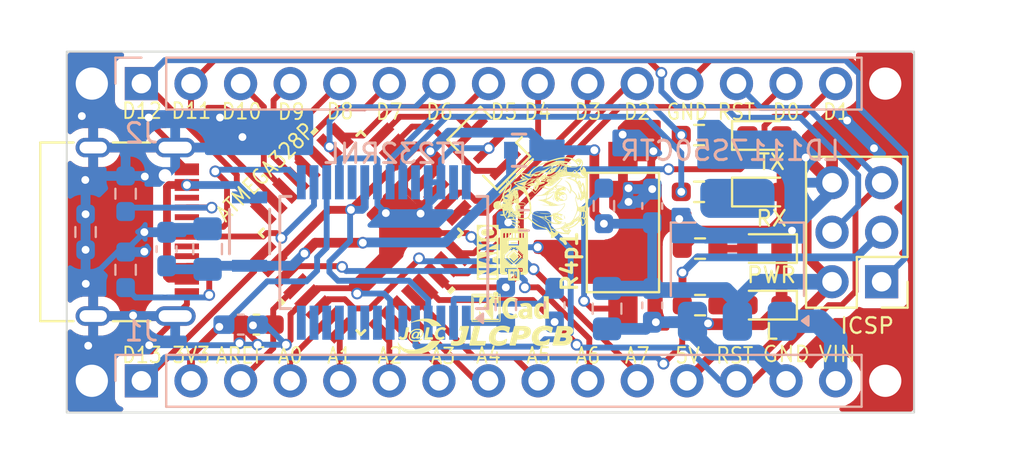
<source format=kicad_pcb>
(kicad_pcb (version 20240108) (generator "pcbnew") (generator_version "8.0")
  (title_block (date "sam. 04 avril 2015"))
  (layers (0 "F.Cu" signal) (31 "B.Cu" signal) (34 "B.Paste" user) (35 "F.Paste" user) (36 "B.SilkS" user "B.Silkscreen") (37 "F.SilkS" user "F.Silkscreen") (38 "B.Mask" user) (39 "F.Mask" user) (44 "Edge.Cuts" user))
  (net 0 "")
  (net 1 "GND")
  (net 2 "VUSB")
  (net 3 "Net-(U3-DTR)")
  (net 4 "~{RESET}")
  (net 5 "VIN")
  (net 6 "D13{slash}SCK")
  (net 7 "A0")
  (net 8 "A7")
  (net 9 "+5V")
  (net 10 "A4{slash}SDA")
  (net 11 "A5{slash}SCL")
  (net 12 "A3")
  (net 13 "A2")
  (net 14 "/AREF")
  (net 15 "/D0{slash}RX")
  (net 16 "/D1{slash}TX")
  (net 17 "+3V3")
  (net 18 "A6")
  (net 19 "A1")
  (net 20 "*D3")
  (net 21 "*D6")
  (net 22 "D8")
  (net 23 "*D10{slash}SS")
  (net 24 "D7")
  (net 25 "*D9")
  (net 26 "D4")
  (net 27 "D2")
  (net 28 "*D5")
  (net 29 "*D11{slash}MOSI")
  (net 30 "D12{slash}MISO")
  (net 31 "Net-(U3-USBD-)")
  (net 32 "Net-(J4-CC1)")
  (net 34 "Net-(J4-VBUS-PadA4)")
  (net 35 "Net-(U3-USBD+)")
  (net 36 "Net-(J4-CC2)")
  (net 38 "Net-(L1-A)")
  (net 39 "Net-(PWR1-A)")
  (net 40 "Net-(R1-Pad1)")
  (net 41 "TX")
  (net 42 "RX")
  (net 43 "Net-(U3-CBUS0)")
  (net 44 "Net-(RX1-K)")
  (net 45 "Net-(TX1-K)")
  (net 46 "Net-(U3-CBUS1)")
  (net 47 "Net-(U2-PB7(PCINT7{slash}XTAL2{slash}TOSC2))")
  (net 48 "Net-(U2-PB6(PCINT6{slash}XTAL1{slash}TOSC1))")
  (footprint "Arduino_MountingHole:MountingHole_65mil" (layer "F.Cu") (at 101.27 83.49)
    (property "Reference" "MH2" (hide yes))
    (property "Value" "MountingHole_65mil" (hide yes))
  )
  (footprint "LOGO" (layer "F.Cu") (at 122.71 94.93)
    (property "Reference" "G***" (hide yes))
    (property "Value" "LOGO" (hide yes))
  )
  (footprint "LOGO" (layer "F.Cu") (at 121.435 96.455)
    (property "Reference" "G***" (hide yes))
    (property "Value" "LOGO" (hide yes))
  )
  (footprint "Resistor_SMD:R_0603_1608Metric_Pad0.98x0.95mm_HandSolder" (layer "F.Cu") (at 132.375 89.04 180)
    (property "Reference" "R9" (hide yes))
    (property "Value" "1k")
  )
  (footprint "LED_SMD:LED_0603_1608Metric_Pad1.05x0.95mm_HandSolder" (layer "F.Cu") (at 135.725 91.95 180)
    (property "Reference" "PWR")
    (property "Value" "GREEN")
  )
  (footprint "LED_SMD:LED_0603_1608Metric_Pad1.05x0.95mm_HandSolder" (layer "F.Cu") (at 135.725 86.15)
    (property "Reference" "TX")
    (property "Value" "GREEN")
  )
  (footprint "Resistor_SMD:R_0603_1608Metric_Pad0.98x0.95mm_HandSolder" (layer "F.Cu") (at 132.425 91.95)
    (property "Reference" "R2" (hide yes))
    (property "Value" "1k")
  )
  (footprint "LED_SMD:LED_0603_1608Metric_Pad1.05x0.95mm_HandSolder" (layer "F.Cu") (at 135.725 94.85 180)
    (property "Reference" "L")
    (property "Value" "YELLOW")
  )
  (footprint "Arduino_MountingHole:MountingHole_65mil" (layer "F.Cu") (at 141.91 98.73)
    (property "Reference" "MH4" (hide yes))
    (property "Value" "MountingHole_65mil" (hide yes))
  )
  (footprint "Crystal:Resonator_SMD_Murata_CSTxExxV-3Pin_3.0x1.1mm" (layer "F.Cu") (at 121.6 86.8 135)
    (property "Reference" "16MHz" (hide yes))
    (property "Value" "16MHz")
  )
  (footprint "Capacitor_SMD:C_0603_1608Metric_Pad1.08x0.95mm_HandSolder" (layer "F.Cu") (at 109.7 95.85)
    (property "Reference" "C6" (hide yes))
    (property "Value" "100n")
  )
  (footprint "Resistor_SMD:R_0603_1608Metric_Pad0.98x0.95mm_HandSolder" (layer "F.Cu") (at 132.425 94.85)
    (property "Reference" "R3" (hide yes))
    (property "Value" "1k")
  )
  (footprint "Resistor_SMD:R_0603_1608Metric_Pad0.98x0.95mm_HandSolder" (layer "F.Cu") (at 132.375 86.13 180)
    (property "Reference" "R10" (hide yes))
    (property "Value" "1k")
  )
  (footprint "Arduino_MountingHole:MountingHole_65mil" (layer "F.Cu") (at 101.27 98.73)
    (property "Reference" "MH1" (hide yes))
    (property "Value" "MountingHole_65mil" (hide yes))
  )
  (footprint "Connector_PinHeader_2.54mm:PinHeader_2x03_P2.54mm_Vertical" (layer "F.Cu") (at 141.725 93.65 180)
    (property "Reference" "ICSP")
    (property "Value" "Conn_02x03_Odd_Even")
  )
  (footprint "LED_SMD:LED_0603_1608Metric_Pad1.05x0.95mm_HandSolder" (layer "F.Cu") (at 135.725 89.05)
    (property "Reference" "RX")
    (property "Value" "RED")
  )
  (footprint "Button_Switch_SMD:SW_SPST_CK_RS282G05A3" (layer "F.Cu") (at 128.475 91.125 -90)
    (property "Reference" "SW1" (hide yes))
    (property "Value" "SW_Push")
  )
  (footprint "LOGO" (layer "F.Cu") (at 124.26 89.355 90)
    (property "Reference" "G***" (hide yes))
    (property "Value" "LOGO" (hide yes))
  )
  (footprint "Connector_USB:USB_C_Receptacle_G-Switch_GT-USB-7010ASV" (layer "F.Cu") (at 102.415 91.09 -90)
    (property "Reference" "J4" (hide yes))
    (property "Value" "USB_C_Receptacle_USB2.0_14P")
  )
  (footprint "LOGO" (layer "F.Cu") (at 122.885 92.255 90)
    (property "Reference" "G***" (hide yes))
    (property "Value" "LOGO" (hide yes))
  )
  (footprint "Arduino_MountingHole:MountingHole_65mil" (layer "F.Cu") (at 141.91 83.49)
    (property "Reference" "MH3" (hide yes))
    (property "Value" "MountingHole_65mil" (hide yes))
  )
  (footprint "ATMEGA328P-AU:TQFP32_32A_MCH" (layer "F.Cu") (at 115.05 91.15 -135)
    (property "Reference" "ATMEGA328P")
    (property "Value" "ATMEGA328P-AU")
  )
  (footprint "Connector_PinHeader_2.54mm:PinHeader_1x15_P2.54mm_Vertical" (layer "B.Cu") (at 103.81 98.73 -90)
    (property "Reference" "J1")
    (property "Value" "Analog")
  )
  (footprint "Connector_PinHeader_2.54mm:PinHeader_1x15_P2.54mm_Vertical" (layer "B.Cu") (at 103.81 83.49 -90)
    (property "Reference" "J2")
    (property "Value" "Digital")
  )
  (footprint "Capacitor_SMD:C_0603_1608Metric_Pad1.08x0.95mm_HandSolder" (layer "B.Cu") (at 129.975 89.7625 -90)
    (property "Reference" "C1" (hide yes))
    (property "Value" "1u")
  )
  (footprint "MF-NSMF050-2:CHIP_NSMF050_3P4XP18" (layer "B.Cu") (at 109.35 91.0776 -90)
    (property "Reference" "U4" (hide yes))
    (property "Value" "MF-NSMF050-2")
  )
  (footprint "Capacitor_SMD:C_0603_1608Metric_Pad1.08x0.95mm_HandSolder" (layer "B.Cu") (at 124.975 94.85 -90)
    (property "Reference" "C8" (hide yes))
    (property "Value" "100n")
  )
  (footprint "Resistor_SMD:R_0603_1608Metric_Pad0.98x0.95mm_HandSolder" (layer "B.Cu") (at 100.95 91.1 90)
    (property "Reference" "R7" (hide yes))
    (property "Value" "1k")
  )
  (footprint "Capacitor_SMD:C_0603_1608Metric_Pad1.08x0.95mm_HandSolder" (layer "B.Cu") (at 129.975 94.8625 90)
    (property "Reference" "C3" (hide yes))
    (property "Value" "1u")
  )
  (footprint "Resistor_SMD:R_0603_1608Metric_Pad0.98x0.95mm_HandSolder" (layer "B.Cu") (at 103 89.1375 90)
    (property "Reference" "R8" (hide yes))
    (property "Value" "5.1k")
  )
  (footprint "Capacitor_SMD:C_0805_2012Metric_Pad1.18x1.45mm_HandSolder" (layer "B.Cu") (at 107.2 91.975 90)
    (property "Reference" "C2" (hide yes))
    (property "Value" "4.7u")
  )
  (footprint "Resistor_SMD:R_0603_1608Metric_Pad0.98x0.95mm_HandSolder" (layer "B.Cu") (at 123.4 90.5)
    (property "Reference" "R4" (hide yes))
    (property "Value" "1k")
  )
  (footprint "Resistor_SMD:R_0603_1608Metric_Pad0.98x0.95mm_HandSolder" (layer "B.Cu") (at 122.475 94.85 90)
    (property "Reference" "R5" (hide yes))
    (property "Value" "1k")
  )
  (footprint "Package_TO_SOT_SMD:SOT-223" (layer "B.Cu") (at 134.3375 92.525 90)
    (property "Reference" "LD1117S50CTR")
    (property "Value" "LD1117S50CTR")
  )
  (footprint "Resistor_SMD:R_0603_1608Metric_Pad0.98x0.95mm_HandSolder" (layer "B.Cu") (at 127.5 89.7625 -90)
    (property "Reference" "R1" (hide yes))
    (property "Value" "1k")
  )
  (footprint "Capacitor_SMD:C_0805_2012Metric_Pad1.18x1.45mm_HandSolder" (layer "B.Cu") (at 127.66 95.03 -90)
    (property "Reference" "C9" (hide yes))
    (property "Value" "4.7u")
  )
  (footprint "Resistor_SMD:R_0603_1608Metric_Pad0.98x0.95mm_HandSolder" (layer "B.Cu") (at 103 93.0375 -90)
    (property "Reference" "R6" (hide yes))
    (property "Value" "5.1k")
  )
  (footprint "Package_SO:SSOP-28_5.3x10.2mm_P0.65mm" (layer "B.Cu") (at 116.225 92.15 90)
    (property "Reference" "FT232RNL")
    (property "Value" "FT232RL")
  )
  (footprint "CUHS20S30,H3F:US2H_TOS" (layer "B.Cu") (at 123.935 86.905 180)
    (property "Reference" "D1" (hide yes))
    (property "Value" "CUHS20S30_H3F")
  )
  (footprint "Capacitor_SMD:C_0603_1608Metric_Pad1.08x0.95mm_HandSolder" (layer "B.Cu") (at 108.9 95.85 180)
    (property "Reference" "C7" (hide yes))
    (property "Value" "100n")
  )
  (footprint "Capacitor_SMD:C_0603_1608Metric_Pad1.08x0.95mm_HandSolder" (layer "B.Cu") (at 105.1 91.975 -90)
    (property "Reference" "C5" (hide yes))
    (property "Value" "100n")
  )
  (gr_rect (start 99.985 81.85) (end 143.39 100.355) (stroke (width 0.1)) (fill none) (layer "Edge.Cuts"))
  (gr_text "GND" (at 130.635 85.405 0) (layer "F.SilkS") (effects (font (size 0.8 0.7) (thickness 0.1)) (justify left bottom)))
  (gr_text "3V3" (at 105.335 97.88 0) (layer "F.SilkS") (effects (font (size 0.8 0.7) (thickness 0.1)) (justify left bottom)))
  (gr_text "D5" (at 121.635 85.405 0) (layer "F.SilkS") (effects (font (size 0.8 0.7) (thickness 0.1)) (justify left bottom)))
  (gr_text "A7" (at 128.51 97.905 0) (layer "F.SilkS") (effects (font (size 0.8 0.7) (thickness 0.1)) (justify left bottom)))
  (gr_text "A0" (at 110.735 97.905 0) (layer "F.SilkS") (effects (font (size 0.8 0.7) (thickness 0.1)) (justify left bottom)))
  (gr_text "A6" (at 125.985 97.905 0) (layer "F.SilkS") (effects (font (size 0.8 0.7) (thickness 0.1)) (justify left bottom)))
  (gr_text "A4" (at 120.885 97.905 0) (layer "F.SilkS") (effects (font (size 0.8 0.7) (thickness 0.1)) (justify left bottom)))
  (gr_text "AREF" (at 107.56 97.905 0) (layer "F.SilkS") (effects (font (size 0.8 0.7) (thickness 0.1)) (justify left bottom)))
  (gr_text "D10" (at 107.86 85.38 0) (layer "F.SilkS") (effects (font (size 0.8 0.7) (thickness 0.1)) (justify left bottom)))
  (gr_text "A2" (at 115.835 97.905 0) (layer "F.SilkS") (effects (font (size 0.8 0.7) (thickness 0.1)) (justify left bottom)))
  (gr_text "D3" (at 125.935 85.405 0) (layer "F.SilkS") (effects (font (size 0.8 0.7) (thickness 0.1)) (justify left bottom)))
  (gr_text "R4p1" (at 126.21 94.23 90) (layer "F.SilkS") (effects (font (size 0.8 0.8) (thickness 0.16) (bold yes)) (justify left bottom)))
  (gr_text "RST" (at 133.26 85.405 0) (layer "F.SilkS") (effects (font (size 0.8 0.7) (thickness 0.1)) (justify left bottom)))
  (gr_text "D13" (at 102.76 97.88 0) (layer "F.SilkS") (effects (font (size 0.8 0.7) (thickness 0.1)) (justify left bottom)))
  (gr_text "D7" (at 115.76 85.405 0) (layer "F.SilkS") (effects (font (size 0.8 0.7) (thickness 0.1)) (justify left bottom)))
  (gr_text "A5" (at 123.46 97.905 0) (layer "F.SilkS") (effects (font (size 0.8 0.7) (thickness 0.1)) (justify left bottom)))
  (gr_text "VIN" (at 138.435 97.83 0) (layer "F.SilkS") (effects (font (size 0.8 0.8) (thickness 0.1)) (justify left bottom)))
  (gr_text "D0" (at 136.085 85.405 0) (layer "F.SilkS") (effects (font (size 0.8 0.7) (thickness 0.1)) (justify left bottom)))
  (gr_text "A3" (at 118.56 97.93 0) (layer "F.SilkS") (effects (font (size 0.8 0.7) (thickness 0.1)) (justify left bottom)))
  (gr_text "A1" (at 113.26 97.905 0) (layer "F.SilkS") (effects (font (size 0.8 0.7) (thickness 0.1)) (justify left bottom)))
  (gr_text "D8" (at 113.235 85.38 0) (layer "F.SilkS") (effects (font (size 0.8 0.7) (thickness 0.1)) (justify left bottom)))
  (gr_text "D1" (at 138.66 85.405 0) (layer "F.SilkS") (effects (font (size 0.8 0.7) (thickness 0.1)) (justify left bottom)))
  (gr_text "D6" (at 118.335 85.405 0) (layer "F.SilkS") (effects (font (size 0.8 0.7) (thickness 0.1)) (justify left bottom)))
  (gr_text "GND" (at 135.56 97.83 0) (layer "F.SilkS") (effects (font (size 0.8 0.8) (thickness 0.1)) (justify left bottom)))
  (gr_text "RST" (at 133.185 97.905 0) (layer "F.SilkS") (effects (font (size 0.8 0.7) (thickness 0.1)) (justify left bottom)))
  (gr_text "D12" (at 102.76 85.355 0) (layer "F.SilkS") (effects (font (size 0.8 0.7) (thickness 0.1)) (justify left bottom)))
  (gr_text "D11" (at 105.285 85.355 0) (layer "F.SilkS") (effects (font (size 0.8 0.7) (thickness 0.1)) (justify left bottom)))
  (gr_text "5V" (at 131.085 97.905 0) (layer "F.SilkS") (effects (font (size 0.8 0.7) (thickness 0.1)) (justify left bottom)))
  (gr_text "D4" (at 123.36 85.405 0) (layer "F.SilkS") (effects (font (size 0.8 0.7) (thickness 0.1)) (justify left bottom)))
  (gr_text " NANO " (at 122.0529 94.182049 90) (layer "F.SilkS" knockout) (effects (font (size 0.8 0.7) (thickness 0.14) (bold yes)) (justify left bottom)))
  (gr_text "D9" (at 110.735 85.405 0) (layer "F.SilkS") (effects (font (size 0.8 0.7) (thickness 0.1)) (justify left bottom)))
  (gr_text "D2" (at 128.46 85.405 0) (layer "F.SilkS") (effects (font (size 0.8 0.7) (thickness 0.1)) (justify left bottom)))
  (segment (start 112.315476 94.450208) (end 111.45 95.315684) (width 0.3) (layer "F.Cu") (net 1))
  (segment (start 118.11 90.155) (end 118.11 89.787056) (width 0.3) (layer "F.Cu") (net 1))
  (segment (start 112.782289 93.983395) (end 112.315476 94.450208) (width 0.3) (layer "F.Cu") (net 1))
  (segment (start 114.590247 93.983395) (end 112.782289 93.983395) (width 0.3) (layer "F.Cu") (net 1))
  (segment (start 118.267056 89.63) (end 118.915894 88.981162) (width 0.3) (layer "F.Cu") (net 1))
  (segment (start 105.54 86.77) (end 105.54 87.29) (width 0.3) (layer "F.Cu") (net 1))
  (segment (start 108.835 96.805) (end 108.835 95.8525) (width 0.6) (layer "F.Cu") (net 1))
  (segment (start 117.784524 87.849792) (end 117.317709 88.316607) (width 0.3) (layer "F.Cu") (net 1))
  (segment (start 114.86 94.253148) (end 114.590247 93.983395) (width 0.3) (layer "F.Cu") (net 1))
  (segment (start 109.76 96.7725) (end 108.8375 95.85) (width 0.3) (layer "F.Cu") (net 1))
  (segment (start 106.14 94.29) (end 106.14 94.81) (width 0.3) (layer "F.Cu") (net 1))
  (segment (start 104.21 96.905) (end 104.21 96.74) (width 0.3) (layer "F.Cu") (net 1))
  (segment (start 105.54 87.29) (end 106.14 87.89) (width 0.3) (layer "F.Cu") (net 1))
  (segment (start 140.57 84.77) (end 139.96 85.38) (width 0.3) (layer "F.Cu") (net 1))
  (segment (start 139.185 88.57) (end 139.185 86.155) (width 0.6) (layer "F.Cu") (net 1))
  (segment (start 120.509969 91.154969) (end 120.707831 91.352831) (width 0.3) (layer "F.Cu") (net 1))
  (segment (start 136.6 91.565) (end 137.135 91.03) (width 0.6) (layer "F.Cu") (net 1))
  (segment (start 129.975 88.9) (end 129.975 87.015) (width 0.3) (layer "F.Cu") (net 1))
  (segment (start 132.874007 95.825) (end 132.833476 95.784469) (width 0.6) (layer "F.Cu") (net 1))
  (segment (start 105.54 95.575) (end 104.21 96.905) (width 0.3) (layer "F.Cu") (net 1))
  (segment (start 108.835 95.8525) (end 108.8375 95.85) (width 0.6) (layer "F.Cu") (net 1))
  (segment (start 118.06 89.63) (end 118.267056 89.63) (width 0.3) (layer "F.Cu") (net 1))
  (segment (start 109.76 96.88) (end 109.76 96.7725) (width 0.3) (layer "F.Cu") (net 1))
  (segment (start 105.54 95.41) (end 105.54 95.575) (width 0.3) (layer "F.Cu") (net 1))
  (segment (start 131.75 83.49) (end 132.95 82.29) (width 0.3) (layer "F.Cu") (net 1))
  (segment (start 117.317709 88.316607) (end 117.317709 88.887709) (width 0.3) (layer "F.Cu") (net 1))
  (segment (start 116.33 89.304316) (end 117.784524 87.849792) (width 0.3) (layer "F.Cu") (net 1))
  (segment (start 108.8375 95.85) (end 109.487333 95.85) (width 0.3) (layer "F.Cu") (net 1))
  (segment (start 111.45 95.315684) (end 111.45 96.6425) (width 0.3) (layer "F.Cu") (net 1))
  (segment (start 139.185 86.155) (end 139.96 85.38) (width 0.6) (layer "F.Cu") (net 1))
  (segment (start 118.11 89.787056) (end 118.915894 88.981162) (width 0.3) (layer "F.Cu") (net 1))
  (segment (start 117.317709 88.887709) (end 118.06 89.63) (width 0.3) (layer "F.Cu") (net 1))
  (segment (start 111.45 96.6425) (end 111.2125 96.88) (width 0.3) (layer "F.Cu") (net 1))
  (segment (start 140.57 82.721435) (end 140.57 84.77) (width 0.3) (layer "F.Cu") (net 1))
  (segment (start 137.835 87.28) (end 139.125 88.57) (width 0.6) (layer "F.Cu") (net 1))
  (segment (start 129.975 87.015) (end 130.035 86.955) (width 0.3) (layer "F.Cu") (net 1))
  (segment (start 106.14 94.81) (end 105.54 95.41) (width 0.3) (layer "F.Cu") (net 1))
  (segment (start 136.6 94.85) (end 135.625 95.825) (width 0.6) (layer "F.Cu") (net 1))
  (segment (start 139.125 88.57) (end 139.185 88.57) (width 0.6) (layer "F.Cu") (net 1))
  (segment (start 118.11 90.155) (end 119.109969 91.154969) (width 0.3) (layer "F.Cu") (net 1))
  (segment (start 140.138565 82.29) (end 140.57 82.721435) (width 0.3) (layer "F.Cu") (net 1))
  (segment (start 136.6 91.95) (end 136.6 91.565) (width 0.6) (layer "F.Cu") (net 1))
  (segment (start 104.185 85.415) (end 105.54 86.77) (width 0.3) (layer "F.Cu") (net 1))
  (segment (start 109.487333 95.85) (end 109.525 95.887667) (width 0.3) (layer "F.Cu") (net 1))
  (segment (start 135.625 95.825) (end 132.874007 95.825) (width 0.6) (layer "F.Cu") (net 1))
  (segment (start 119.109969 91.154969) (end 120.509969 91.154969) (width 0.3) (layer "F.Cu") (net 1))
  (segment (start 132.95 82.29) (end 140.138565 82.29) (width 0.3) (layer "F.Cu") (net 1))
  (segment (start 136.6 94.85) (end 136.6 91.95) (width 0.6) (layer "F.Cu") (net 1))
  (segment (start 104.185 85.23) (end 104.185 85.415) (width 0.3) (layer "F.Cu") (net 1))
  (segment (start 116.33 90.13) (end 116.33 89.304316) (width 0.3) (layer "F.Cu") (net 1))
  (via (at 100.96 93.755) (size 0.6) (drill 0.4) (layers "F.Cu" "B.Cu") (net 1))
  (via (at 100.76 85.155) (size 0.6) (drill 0.4) (layers "F.Cu" "B.Cu") (net 1))
  (via (at 107.835 85.23) (size 0.6) (drill 0.4) (layers "F.Cu" "B.Cu") (net 1))
  (via (at 120.707831 91.352831) (size 0.6) (drill 0.4) (layers "F.Cu" "B.Cu") (net 1))
  (via (at 101.085 96.93) (size 0.6) (drill 0.4) (layers "F.Cu" "B.Cu") (net 1))
  (via (at 129.975 88.9) (size 0.6) (drill 0.4) (layers "F.Cu" "B.Cu") (net 1))
  (via (at 132.833476 95.784469) (size 0.6) (drill 0.4) (layers "F.Cu" "B.Cu") (net 1))
  (via (at 137.835 87.28) (size 0.6) (drill 0.4) (layers "F.Cu" "B.Cu") (net 1))
  (via (at 109.525 95.887667) (size 0.6) (drill 0.4) (layers "F.Cu" "B.Cu") (net 1))
  (via (at 116.33 90.13) (size 0.6) (drill 0.4) (layers "F.Cu" "B.Cu") (net 1))
  (via (at 141.335 86.805) (size 0.6) (drill 0.4) (layers "F.Cu" "B.Cu") (net 1))
  (via (at 128.76 88.855) (size 0.6) (drill 0.4) (layers "F.Cu" "B.Cu") (net 1))
  (via (at 124.11 91.88) (size 0.6) (drill 0.4) (layers "F.Cu" "B.Cu") (net 1))
  (via (at 118.11 90.155) (size 0.6) (drill 0.4) (layers "F.Cu" "B.Cu") (net 1))
  (via (at 103.985 88.255) (size 0.6) (drill 0.4) (layers "F.Cu" "B.Cu") (net 1))
  (via (at 111.2125 96.88) (size 0.6) (drill 0.4) (layers "F.Cu" "B.Cu") (net 1))
  (via (at 100.95 90.1875) (size 0.6) (drill 0.4) (layers "F.Cu" "B.Cu") (net 1))
  (via (at 100.95 92.0125) (size 0.6) (drill 0.4) (layers "F.Cu" "B.Cu") (net 1))
  (via (at 128.46 86.105) (size 0.6) (drill 0.4) (layers "F.Cu" "B.Cu") (net 1))
  (via (at 130.16 95.725) (size 0.6) (drill 0.4) (layers "F.Cu" "B.Cu") (net 1))
  (via (at 100.935 88.43) (size 0.6) (drill 0.4) (layers "F.Cu" "B.Cu") (net 1))
  (via (at 130.035 86.955) (size 0.6) (drill 0.4) (layers "F.Cu" "B.Cu") (net 1))
  (via (at 108.835 96.805) (size 0.6) (drill 0.4) (layers "F.Cu" "B.Cu") (net 1))
  (via (at 121.6 86.8) (size 0.6) (drill 0.4) (layers "F.Cu" "B.Cu") (net 1))
  (via (at 114.86 94.253148) (size 0.6) (drill 0.4) (layers "F.Cu" "B.Cu") (net 1))
  (via (at 104.185 85.23) (size 0.6) (drill 0.4) (layers "F.Cu" "B.Cu") (net 1))
  (via (at 109.76 96.88) (size 0.6) (drill 0.4) (layers "F.Cu" "B.Cu") (net 1))
  (via (at 131.36 90.43) (size 0.6) (drill 0.4) (layers "F.Cu" "B.Cu") (net 1))
  (via (at 108.985 86.23) (size 0.6) (drill 0.4) (layers "F.Cu" "B.Cu") (net 1))
  (via (at 137.135 91.03) (size 0.6) (drill 0.4) (layers "F.Cu" "B.Cu") (net 1))
  (via (at 103.96 92.105) (size 0.6) (drill 0.4) (layers "F.Cu" "B.Cu") (net 1))
  (via (at 128.76 89.555) (size 0.6) (drill 0.4) (layers "F.Cu" "B.Cu") (net 1))
  (via (at 103.385 95.38) (size 0.6) (drill 0.4) (layers "F.Cu" "B.Cu") (net 1))
  (via (at 139.96 85.38) (size 0.6) (drill 0.4) (layers "F.Cu" "B.Cu") (net 1))
  (via (at 103.96 91.105) (size 0.6) (drill 0.4) (layers "F.Cu" "B.Cu") (net 1))
  (via (at 104.21 96.905) (size 0.6) (drill 0.4) (layers "F.Cu" "B.Cu") (net 1))
  (segment (start 139.185 88.98) (end 137.135 91.03) (width 0.6) (layer "B.Cu") (net 1))
  (segment (start 131.9875 95.725) (end 132.0375 95.675) (width 0.6) (layer "B.Cu") (net 1))
  (segment (start 102.59 92.125) (end 100.96 93.755) (width 0.3) (layer "B.Cu") (net 1))
  (segment (start 103 92.125) (end 103 92.065) (width 0.3) (layer "B.Cu") (net 1))
  (segment (start 133.057717 97.28) (end 132.0375 96.259783) (width 0.8) (layer "B.Cu") (net 1))
  (segment (start 128.76 89.555) (end 129.32 89.555) (width 0.6) (layer "B.Cu") (net 1))
  (segment (start 109.7625 95.85) (end 110.1825 95.85) (width 0.3) (layer "B.Cu") (net 1))
  (segment (start 108.91 96.88) (end 108.835 96.805) (width 0.3) (layer "B.Cu") (net 1))
  (segment (start 113.95 87.375) (end 114 87.325) (width 0.3) (layer "B.Cu") (net 1))
  (segment (start 132.833476 95.784469) (end 132.146969 95.784469) (width 0.6) (layer "B.Cu") (net 1))
  (segment (start 108.835 96.805) (end 108.735 96.905) (width 0.3) (layer "B.Cu") (net 1))
  (segment (start 116.228148 94.253148) (end 116.55 94.575) (width 0.3) (layer "B.Cu") (net 1))
  (segment (start 118.5 89.725) (end 118.5 88.55) (width 0.3) (layer "B.Cu") (net 1))
  (segment (start 115.9 88.55) (end 115.9 89.7) (width 0.3) (layer "B.Cu") (net 1))
  (segment (start 115.9 87.4) (end 115.9 88.55) (width 0.3) (layer "B.Cu") (net 1))
  (segment (start 107.2 90.9375) (end 105.275 90.9375) (width 0.6) (layer "B.Cu") (net 1))
  (segment (start 114.86 94.253148) (end 116.228148 94.253148) (width 0.3) (layer "B.Cu") (net 1))
  (segment (start 109.76 96.88) (end 108.91 96.88) (width 0.3) (layer "B.Cu") (net 1))
  (segment (start 116.55 94.575) (end 116.55 95.75) (width 0.3) (layer "B.Cu") (net 1))
  (segment (start 136.83 98.73) (end 135.38 97.28) (width 0.8) (layer "B.Cu") (net 1))
  (segment (start 113.95 88.55) (end 113.95 87.375) (width 0.3) (layer "B.Cu") (net 1))
  (segment (start 105.275 90.9375) (end 105.1 91.1125) (width 0.6) (layer "B.Cu") (net 1))
  (segment (start 129.6325 96.0675) (end 129.975 95.725) (width 0.6) (layer "B.Cu") (net 1))
  (segment (start 120.707831 91.352831) (end 120.735662 91.325) (width 0.3) (layer "B.Cu") (net 1))
  (segment (start 119.15 88.55) (end 119.15 87.4) (width 0.3) (layer "B.Cu") (net 1))
  (segment (start 119.15 88.55) (end 119.15 89.075) (width 0.3) (layer "B.Cu") (net 1))
  (segment (start 109.7625 95.85) (end 109.562667 95.85) (width 0.3) (layer "B.Cu") (net 1))
  (segment (start 109.562667 95.85) (end 109.525 95.887667) (width 0.3) (layer "B.Cu") (net 1))
  (segment (start 129.32 89.555) (end 129.975 88.9) (width 0.6) (layer "B.Cu") (net 1))
  (segment (start 119.75 86.8) (end 121.6 86.8) (width 0.3) (layer "B.Cu") (net 1))
  (segment (start 118.095 90.13) (end 118.5 89.725) (width 0.3) (layer "B.Cu") (net 1))
  (segment (start 119.15 87.4) (end 119.75 86.8) (width 0.3) (layer "B.Cu") (net 1))
  (segment (start 132.146969 95.784469) (end 132.0375 95.675) (width 0.6) (layer "B.Cu") (net 1))
  (segment (start 127.66 96.0675) (end 129.6325 96.0675) (width 0.6) (layer "B.Cu") (net 1))
  (segment (start 115.9 89.7) (end 116.33 90.13) (width 0.3) (layer "B.Cu") (net 1))
  (segment (start 103 92.065) (end 103.96 91.105) (width 0.3) (layer "B.Cu") (net 1))
  (segment (start 129.975 95.725) (end 130.16 95.725) (width 0.6) (layer "B.Cu") (net 1))
  (segment (start 103 92.125) (end 102.59 92.125) (width 0.3) (layer "B.Cu") (net 1))
  (segment (start 115.825 87.325) (end 115.9 87.4) (width 0.3) (layer "B.Cu") (net 1))
  (segment (start 110.1825 95.85) (end 111.2125 96.88) (width 0.3) (layer "B.Cu") (net 1))
  (segment (start 111.2125 96.88) (end 109.76 96.88) (width 0.3) (layer "B.Cu") (net 1))
  (segment (start 118.5 88.55) (end 119.15 88.55) (width 0.3) (layer "B.Cu") (net 1))
  (segment (start 132.0375 96.259783) (end 132.0375 95.675) (width 0.8) (layer "B.Cu") (net 1))
  (segment (start 120.707831 91.352831) (end 121.235 91.88) (width 0.3) (layer "B.Cu") (net 1))
  (segment (start 116.33 90.13) (end 118.095 90.13) (width 0.3) (layer "B.Cu") (net 1))
  (segment (start 114 87.325) (end 115.825 87.325) (width 0.3) (layer "B.Cu") (net 1))
  (segment (start 139.185 88.57) (end 139.185 88.98) (width 0.6) (layer "B.Cu") (net 1))
  (segment (start 108.735 96.905) (end 104.21 96.905) (width 0.3) (layer "B.Cu") (net 1))
  (segment (start 135.38 97.28) (end 133.057717 97.28) (width 0.8) (layer "B.Cu") (net 1))
  (segment (start 107.835 85.23) (end 104.185 85.23) (width 0.3) (layer "B.Cu") (net 1))
  (segment (start 130.16 95.725) (end 131.9875 95.725) (width 0.6) (layer "B.Cu") (net 1))
  (segment (start 121.235 91.88) (end 124.11 91.88) (width 0.3) (layer "B.Cu") (net 1))
  (segment (start 119.15 89.075) (end 118.5 89.725) (width 0.3) (layer "B.Cu") (net 1))
  (segment (start 112.159496 92.202026) (end 112.711522 91.65) (width 0.5) (layer "F.Cu") (net 2))
  (segment (start 112.711522 91.65) (end 115.15 91.65) (width 0.5) (layer "F.Cu") (net 2))
  (via (at 112.159496 92.202026) (size 0.6) (drill 0.4) (layers "F.Cu" "B.Cu") (net 2))
  (via (at 115.15 91.65) (size 0.6) (drill 0.4) (layers "F.Cu" "B.Cu") (net 2))
  (segment (start 105.275 93.0125) (end 105.1 92.8375) (width 0.5) (layer "B.Cu") (net 2))
  (segment (start 109.35 92.8302) (end 107.3823 92.8302) (width 0.5) (layer "B.Cu") (net 2))
  (segment (start 119.364082 91.635918) (end 115.164082 91.635918) (width 0.5) (layer "B.Cu") (net 2))
  (segment (start 107.2 93.0125) (end 105.275 93.0125) (width 0.5) (layer "B.Cu") (net 2))
  (segment (start 107.2073 92.8302) (end 107.2 92.8375) (width 0.4) (layer "B.Cu") (net 2))
  (segment (start 111.531322 92.8302) (end 109.35 92.8302) (width 0.5) (layer "B.Cu") (net 2))
  (segment (start 107.3823 92.8302) (end 107.2 93.0125) (width 0.5) (layer "B.Cu") (net 2))
  (segment (start 115.164082 91.635918) (end 115.15 91.65) (width 0.5) (layer "B.Cu") (net 2))
  (segment (start 122.7412 88.2588) (end 119.364082 91.635918) (width 0.5) (layer "B.Cu") (net 2))
  (segment (start 122.7412 86.905) (end 122.7412 88.2588) (width 0.5) (layer "B.Cu") (net 2))
  (segment (start 112.159496 92.202026) (end 111.531322 92.8302) (width 0.5) (layer "B.Cu") (net 2))
  (segment (start 119.85 94.525) (end 121.737568 94.525) (width 0.3) (layer "B.Cu") (net 3))
  (segment (start 124.1875 94.775) (end 124.975 93.9875) (width 0.3) (layer "B.Cu") (net 3))
  (segment (start 121.987568 94.775) (end 124.1875 94.775) (width 0.3) (layer "B.Cu") (net 3))
  (segment (start 119.8 95.75) (end 119.8 94.575) (width 0.3) (layer "B.Cu") (net 3))
  (segment (start 121.737568 94.525) (end 121.987568 94.775) (width 0.3) (layer "B.Cu") (net 3))
  (segment (start 119.8 94.575) (end 119.85 94.525) (width 0.3) (layer "B.Cu") (net 3))
  (segment (start 123.85 94.5875) (end 119.053184 94.5875) (width 0.3) (layer "F.Cu") (net 4))
  (segment (start 141.725 88.57) (end 140.385 89.91) (width 0.3) (layer "F.Cu") (net 4))
  (segment (start 140.385 89.91) (end 140.385 94.147057) (width 0.3) (layer "F.Cu") (net 4))
  (segment (start 126.10167 96.83917) (end 124.975 95.7125) (width 0.3) (layer "F.Cu") (net 4))
  (segment (start 119.053184 94.5875) (end 118.350208 93.884524) (width 0.3) (layer "F.Cu") (net 4))
  (segment (start 124.975 95.7125) (end 123.85 94.5875) (width 0.3) (layer "F.Cu") (net 4))
  (segment (start 126.10167 96.880001) (end 126.10167 96.83917) (width 0.3) (layer "F.Cu") (net 4))
  (segment (start 135.132943 98.73) (end 139.012943 94.85) (width 0.3) (layer "F.Cu") (net 4))
  (segment (start 140.385 94.147057) (end 139.682057 94.85) (width 0.3) (layer "F.Cu") (net 4))
  (segment (start 139.682057 94.85) (end 139.012943 94.85) (width 0.3) (layer "F.Cu") (net 4))
  (segment (start 134.29 98.73) (end 135.132943 98.73) (width 0.3) (layer "F.Cu") (net 4))
  (via (at 126.10167 96.880001) (size 0.6) (drill 0.4) (layers "F.Cu" "B.Cu") (net 4))
  (via (at 124.975 95.7125) (size 0.6) (drill 0.4) (layers "F.Cu" "B.Cu") (net 4))
  (segment (start 131.742057 97.025) (end 126.246669 97.025) (width 0.3) (layer "B.Cu") (net 4))
  (segment (start 132.041029 97.323972) (end 132.041029 97.323971) (width 0.3) (layer "B.Cu") (net 4))
  (segment (start 132.041029 97.323971) (end 131.742057 97.025) (width 0.3) (layer "B.Cu") (net 4))
  (segment (start 137.96 84.74) (end 141.79 88.57) (width 0.3) (layer "B.Cu") (net 4))
  (segment (start 126.246669 97.025) (end 126.10167 96.880001) (width 0.3) (layer "B.Cu") (net 4))
  (segment (start 134.29 98.73) (end 133.447057 98.73) (width 0.3) (layer "B.Cu") (net 4))
  (segment (start 133.447057 98.73) (end 132.041029 97.323972) (width 0.3) (layer "B.Cu") (net 4))
  (segment (start 134.29 83.49) (end 135.54 84.74) (width 0.3) (layer "B.Cu") (net 4))
  (segment (start 135.54 84.74) (end 137.96 84.74) (width 0.3) (layer "B.Cu") (net 4))
  (segment (start 136.6375 95.675) (end 138.5 95.675) (width 1.2) (layer "B.Cu") (net 5))
  (segment (start 138.5 95.675) (end 139.37 96.545) (width 1.2) (layer "B.Cu") (net 5))
  (segment (start 139.37 98.73) (end 139.37 96.545) (width 1.2) (layer "B.Cu") (net 5))
  (segment (start 131.5125 96.8875) (end 130.55 97.85) (width 0.3) (layer "F.Cu") (net 6))
  (segment (start 110.052736 92.187468) (end 109.585921 92.654283) (width 0.3) (layer "F.Cu") (net 6))
  (segment (start 131.525 94.8375) (end 131.5125 94.85) (width 0.4) (layer "F.Cu") (net 6))
  (segment (start 131.5125 94.85) (end 131.5125 96.8875) (width 0.3) (layer "F.Cu") (net 6))
  (segment (start 109.585921 93.116161) (end 103.972082 98.73) (width 0.3) (layer "F.Cu") (net 6))
  (segment (start 103.972082 98.73) (end 103.81 98.73) (width 0.3) (layer "F.Cu") (net 6))
  (segment (start 109.585921 92.654283) (end 109.585921 93.116161) (width 0.3) (layer "F.Cu") (net 6))
  (segment (start 131.525 93.175) (end 131.525 94.8375) (width 0.4) (layer "F.Cu") (net 6))
  (via (at 131.525 93.175) (size 0.6) (drill 0.4) (layers "F.Cu" "B.Cu") (net 6))
  (via (at 130.55 97.85) (size 0.6) (drill 0.4) (layers "F.Cu" "B.Cu") (net 6))
  (segment (start 130.55 97.85) (end 130.23 97.53) (width 0.3) (layer "B.Cu") (net 6))
  (segment (start 140.435 92.4) (end 132.3 92.4) (width 0.4) (layer "B.Cu") (net 6))
  (segment (start 132.3 92.4) (end 131.525 93.175) (width 0.4) (layer "B.Cu") (net 6))
  (segment (start 141.725 91.11) (end 140.435 92.4) (width 0.4) (layer "B.Cu") (net 6))
  (segment (start 130.23 97.53) (end 105.01 97.53) (width 0.3) (layer "B.Cu") (net 6))
  (segment (start 105.01 97.53) (end 103.81 98.73) (width 0.3) (layer "B.Cu") (net 6))
  (segment (start 111.43 97.598426) (end 113.446847 95.581579) (width 0.3) (layer "F.Cu") (net 7))
  (segment (start 111.43 98.73) (end 111.43 97.598426) (width 0.3) (layer "F.Cu") (net 7))
  (segment (start 113.347976 94.54908) (end 112.881162 95.015894) (width 0.3) (layer "F.Cu") (net 8))
  (segment (start 118.030127 92.45) (end 118.030127 92.491709) (width 0.3) (layer "F.Cu") (net 8))
  (segment (start 129.21 98.73) (end 129.21 98.321251) (width 0.3) (layer "F.Cu") (net 8))
  (segment (start 129.21 98.321251) (end 123.897913 93.009164) (width 0.3) (layer "F.Cu") (net 8))
  (segment (start 114.22908 94.54908) (end 113.347976 94.54908) (width 0.3) (layer "F.Cu") (net 8))
  (segment (start 115.504336 95.0175) (end 114.6975 95.0175) (width 0.3) (layer "F.Cu") (net 8))
  (segment (start 114.6975 95.0175) (end 114.22908 94.54908) (width 0.3) (layer "F.Cu") (net 8))
  (segment (start 118.030127 92.491709) (end 115.504336 95.0175) (width 0.3) (layer "F.Cu") (net 8))
  (via (at 123.897913 93.009164) (size 0.6) (drill 0.4) (layers "F.Cu" "B.Cu") (net 8))
  (via (at 118.030127 92.45) (size 0.6) (drill 0.4) (layers "F.Cu" "B.Cu") (net 8))
  (segment (start 123.488749 92.6) (end 123.897913 93.009164) (width 0.3) (layer "B.Cu") (net 8))
  (segment (start 118.030127 92.45) (end 118.180127 92.6) (width 0.3) (layer "B.Cu") (net 8))
  (segment (start 118.180127 92.6) (end 123.488749 92.6) (width 0.3) (layer "B.Cu") (net 8))
  (segment (start 137.885 90.335) (end 136.6 89.05) (width 0.5) (layer "F.Cu") (net 9))
  (segment (start 139.185 93.768854) (end 135.523854 97.43) (width 0.5) (layer "F.Cu") (net 9))
  (segment (start 132.4375 91.025) (end 136.021146 91.025) (width 0.5) (layer "F.Cu") (net 9))
  (segment (start 118.917023 87.848661) (end 118.350208 88.415476) (width 0.5) (layer "F.Cu") (net 9))
  (segment (start 135.523854 97.43) (end 133.05 97.43) (width 0.5) (layer "F.Cu") (net 9))
  (segment (start 117.785651 86.717293) (end 117.218838 87.284106) (width 0.5) (layer "F.Cu") (net 9))
  (segment (start 139.185 93.65) (end 139.185 93.768854) (width 0.5) (layer "F.Cu") (net 9))
  (segment (start 133.05 97.43) (end 131.75 98.73) (width 0.5) (layer "F.Cu") (net 9))
  (segment (start 137.885 92.35) (end 137.885 90.335) (width 0.5) (layer "F.Cu") (net 9))
  (segment (start 136.6 90.446146) (end 136.6 89.05) (width 0.5) (layer "F.Cu") (net 9))
  (segment (start 118.61 86.955) (end 118.372293 86.717293) (width 0.5) (layer "F.Cu") (net 9))
  (segment (start 136.021146 91.025) (end 136.6 90.446146) (width 0.5) (layer "F.Cu") (net 9))
  (segment (start 113.410786 89.960786) (end 110.61842 92.753152) (width 0.4) (layer "F.Cu") (net 9))
  (segment (start 118.917023 87.262023) (end 118.917023 87.848661) (width 0.5) (layer "F.Cu") (net 9))
  (segment (start 118.61 86.955) (end 118.917023 87.262023) (width 0.5) (layer "F.Cu") (net 9))
  (segment (start 131.5125 91.95) (end 132.4375 91.025) (width 0.5) (layer "F.Cu") (net 9))
  (segment (start 117.218838 87.284106) (end 114.542158 89.960786) (width 0.4) (layer "F.Cu") (net 9))
  (segment (start 118.372293 86.717293) (end 117.785651 86.717293) (width 0.5) (layer "F.Cu") (net 9))
  (segment (start 136.6 89.05) (end 136.6 86.15) (width 0.5) (layer "F.Cu") (net 9))
  (segment (start 139.185 93.65) (end 137.885 92.35) (width 0.5) (layer "F.Cu") (net 9))
  (segment (start 127.010217 90.185217) (end 127.010217 86.905217) (width 0.5) (layer "F.Cu") (net 9))
  (segment (start 114.542158 89.960786) (end 113.410786 89.960786) (width 0.4) (layer "F.Cu") (net 9))
  (segment (start 127.5 90.675) (end 127.010217 90.185217) (width 0.5) (layer "F.Cu") (net 9))
  (via (at 118.61 86.955) (size 0.6) (drill 0.4) (layers "F.Cu" "B.Cu") (net 9))
  (via (at 127.5 90.675) (size 0.6) (drill 0.4) (layers "F.Cu" "B.Cu") (net 9))
  (via (at 114.542158 89.960786) (size 0.6) (drill 0.4) (layers "F.Cu" "B.Cu") (net 9))
  (via (at 127.010217 86.905217) (size 0.6) (drill 0.4) (layers "F.Cu" "B.Cu") (net 9))
  (segment (start 113.438908 92.619669) (end 113.438908 93.158146) (width 0.3) (layer "B.Cu") (net 9))
  (segment (start 133.7375 94.075) (end 134.3375 94.675) (width 0.8) (layer "B.Cu") (net 9))
  (segment (start 134.3375 95.675) (end 134.3375 94.675) (width 0.8) (layer "B.Cu") (net 9))
  (segment (start 113.438908 93.158146) (end 113.880762 93.6) (width 0.3) (layer "B.Cu") (net 9))
  (segment (start 124.5827 86.856246) (end 123.731454 86.005) (width 0.5) (layer "B.Cu") (net 9))
  (segment (start 115.25 89.825) (end 115.25 88.55) (width 0.4) (layer "B.Cu") (net 9))
  (segment (start 123.731454 86.005) (end 119.56 86.005) (width 0.5) (layer "B.Cu") (net 9))
  (segment (start 114.5 91.558577) (end 113.438908 92.619669) (width 0.3) (layer "B.Cu") (net 9))
  (segment (start 119.56 86.005) (end 118.61 86.955) (width 0.5) (layer "B.Cu") (net 9))
  (segment (start 134.3375 95.675) (end 134.3375 95.596142) (width 0.8) (layer "B.Cu") (net 9))
  (segment (start 114.5 90.002944) (end 114.5 91.558577) (width 0.3) (layer "B.Cu") (net 9))
  (segment (start 113.880762 93.6) (end 117.525 93.6) (width 0.3) (layer "B.Cu") (net 9))
  (segment (start 118.5 94.575) (end 118.5 95.75) (width 0.3) (layer "B.Cu") (net 9))
  (segment (start 135.3625 93.65) (end 139.185 93.65) (width 0.8) (layer "B.Cu") (net 9))
  (segment (start 127.5 90.675) (end 129.925 90.675) (width 0.5) (layer "B.Cu") (net 9))
  (segment (start 130.05 94.075) (end 133.7375 94.075) (width 0.8) (layer "B.Cu") (net 9))
  (segment (start 114.542158 89.960786) (end 115.114214 89.960786) (width 0.4) (layer "B.Cu") (net 9))
  (segment (start 129.975 94) (end 130.05 94.075) (width 0.8) (layer "B.Cu") (net 9))
  (segment (start 134.3375 94.675) (end 135.3625 93.65) (width 0.8) (layer "B.Cu") (net 9))
  (segment (start 129.925 90.675) (end 129.975 90.625) (width 0.4) (layer "B.Cu") (net 9))
  (segment (start 114.542158 89.960786) (end 114.5 90.002944) (width 0.3) (layer "B.Cu") (net 9))
  (segment (start 115.114214 89.960786) (end 115.25 89.825) (width 0.4) (layer "B.Cu") (net 9))
  (segment (start 124.5827 86.905) (end 124.5827 86.856246) (width 0.5) (layer "B.Cu") (net 9))
  (segment (start 129.975 94) (end 129.975 90.625) (width 0.5) (layer "B.Cu") (net 9))
  (segment (start 117.525 93.6) (end 118.5 94.575) (width 0.3) (layer "B.Cu") (net 9))
  (segment (start 127.010217 86.905217) (end 124.582917 86.905217) (width 0.5) (layer "B.Cu") (net 9))
  (segment (start 129.975 94) (end 127.6625 94) (width 0.8) (layer "B.Cu") (net 9))
  (segment (start 124.582917 86.905217) (end 124.5827 86.905) (width 0.5) (layer "B.Cu") (net 9))
  (segment (start 120.932944 98.73) (end 117.218838 95.015894) (width 0.3) (layer "F.Cu") (net 10))
  (segment (start 121.59 98.73) (end 120.932944 98.73) (width 0.3) (layer "F.Cu") (net 10))
  (segment (start 120.864316 97.53) (end 122.93 97.53) (width 0.3) (layer "F.Cu") (net 11))
  (segment (start 122.93 97.53) (end 124.13 98.73) (width 0.3) (layer "F.Cu") (net 11))
  (segment (start 117.784524 94.450208) (end 120.864316 97.53) (width 0.3) (layer "F.Cu") (net 11))
  (segment (start 119.05 97.978428) (end 116.653152 95.58158) (width 0.3) (layer "F.Cu") (net 12))
  (segment (start 119.05 98.73) (end 119.05 97.978428) (width 0.3) (layer "F.Cu") (net 12))
  (segment (start 116.51 96.569796) (end 116.087468 96.147264) (width 0.3) (layer "F.Cu") (net 13))
  (segment (start 116.51 98.73) (end 116.51 96.569796) (width 0.3) (layer "F.Cu") (net 13))
  (segment (start 108.89 98.73) (end 110.5625 97.0575) (width 0.3) (layer "F.Cu") (net 14))
  (segment (start 110.5625 95.071816) (end 110.5625 95.85) (width 0.3) (layer "F.Cu") (net 14))
  (segment (start 111.749792 93.884524) (end 110.5625 95.071816) (width 0.3) (layer "F.Cu") (net 14))
  (segment (start 110.5625 97.0575) (end 110.5625 95.85) (width 0.3) (layer "F.Cu") (net 14))
  (segment (start 118.915894 93.318838) (end 119.534556 93.9375) (width 0.3) (layer "F.Cu") (net 15))
  (segment (start 119.534556 93.9375) (end 122.475 93.9375) (width 0.3) (layer "F.Cu") (net 15))
  (segment (start 128.306193 84.69) (end 135.63 84.69) (width 0.3) (layer "F.Cu") (net 15))
  (segment (start 123.247913 93.164587) (end 123.247913 89.74828) (width 0.3) (layer "F.Cu") (net 15))
  (segment (start 123.247913 89.74828) (end 128.306193 84.69) (width 0.3) (layer "F.Cu") (net 15))
  (segment (start 122.475 93.9375) (end 123.247913 93.164587) (width 0.3) (layer "F.Cu") (net 15))
  (segment (start 135.63 84.69) (end 136.83 83.49) (width 0.3) (layer "F.Cu") (net 15))
  (via (at 122.475 93.9375) (size 0.6) (drill 0.4) (layers "F.Cu" "B.Cu") (net 15))
  (segment (start 122.597913 91.137583) (end 122.597913 90.610413) (width 0.3) (layer "F.Cu") (net 16))
  (segment (start 137.67 85.19) (end 139.37 83.49) (width 0.3) (layer "F.Cu") (net 16))
  (segment (start 130.81 87.88) (end 134.482432 87.88) (width 0.3) (layer "F.Cu") (net 16))
  (segment (start 134.482432 87.88) (end 135.725 86.637432) (width 0.3) (layer "F.Cu") (net 16))
  (segment (start 120.515529 93.219967) (end 122.597913 91.137583) (width 0.3) (layer "F.Cu") (net 16))
  (segment (start 119.948393 93.219967) (end 120.515529 93.219967) (width 0.3) (layer "F.Cu") (net 16))
  (segment (start 135.725 85.662568) (end 136.197568 85.19) (width 0.3) (layer "F.Cu") (net 16))
  (segment (start 135.725 86.637432) (end 135.725 85.662568) (width 0.3) (layer "F.Cu") (net 16))
  (segment (start 119.481579 92.753153) (end 119.948393 93.219967) (width 0.3) (layer "F.Cu") (net 16))
  (segment (start 136.197568 85.19) (end 137.67 85.19) (width 0.3) (layer "F.Cu") (net 16))
  (via (at 122.597913 90.610413) (size 0.6) (drill 0.4) (layers "F.Cu" "B.Cu") (net 16))
  (via (at 130.81 87.88) (size 0.6) (drill 0.4) (layers "F.Cu" "B.Cu") (net 16))
  (segment (start 123.968528 87.88) (end 130.81 87.88) (width 0.3) (layer "B.Cu") (net 16))
  (segment (start 122.4875 90.5) (end 122.4875 89.361028) (width 0.3) (layer "B.Cu") (net 16))
  (segment (start 122.597913 90.610413) (end 122.4875 90.5) (width 0.3) (layer "B.Cu") (net 16))
  (segment (start 122.4875 89.361028) (end 123.968528 87.88) (width 0.3) (layer "B.Cu") (net 16))
  (segment (start 106.35 98.73) (end 106.35 97.412742) (width 0.4) (layer "F.Cu") (net 17))
  (segment (start 106.35 97.412742) (end 107.800001 95.962741) (width 0.4) (layer "F.Cu") (net 17))
  (via (at 107.800001 95.962741) (size 0.6) (drill 0.4) (layers "F.Cu" "B.Cu") (net 17))
  (segment (start 107.800001 95.962741) (end 107.924759 95.962741) (width 0.4) (layer "B.Cu") (net 17))
  (segment (start 110.2575 93.63) (end 108.0375 95.85) (width 0.3) (layer "B.Cu") (net 17))
  (segment (start 112.809496 93.080504) (end 112.26 93.63) (width 0.3) (layer "B.Cu") (net 17))
  (segment (start 112.26 93.63) (end 110.2575 93.63) (width 0.3) (layer "B.Cu") (net 17))
  (segment (start 112.809496 92.398647) (end 112.809496 93.080504) (width 0.3) (layer "B.Cu") (net 17))
  (segment (start 113.3 91.908143) (end 112.809496 92.398647) (width 0.3) (layer "B.Cu") (net 17))
  (segment (start 113.3 88.55) (end 113.3 91.908143) (width 0.3) (layer "B.Cu") (net 17))
  (segment (start 107.924759 95.962741) (end 108.0375 95.85) (width 0.4) (layer "B.Cu") (net 17))
  (segment (start 126.75167 98.64833) (end 126.75167 96.569931) (width 0.3) (layer "F.Cu") (net 18))
  (segment (start 124.119239 93.9375) (end 123.45 93.9375) (width 0.3) (layer "F.Cu") (net 18))
  (segment (start 114.052025 92.852025) (end 114.088908 92.888908) (width 0.3) (layer "F.Cu") (net 18))
  (segment (start 126.75167 96.569931) (end 124.119239 93.9375) (width 0.3) (layer "F.Cu") (net 18))
  (segment (start 111.650919 92.852025) (end 114.052025 92.852025) (width 0.3) (layer "F.Cu") (net 18))
  (segment (start 111.184106 93.318838) (end 111.650919 92.852025) (width 0.3) (layer "F.Cu") (net 18))
  (segment (start 126.67 98.73) (end 126.75167 98.64833) (width 0.3) (layer "F.Cu") (net 18))
  (via (at 123.45 93.9375) (size 0.6) (drill 0.4) (layers "F.Cu" "B.Cu") (net 18))
  (via (at 114.088908 92.888908) (size 0.6) (drill 0.4) (layers "F.Cu" "B.Cu") (net 18))
  (segment (start 114.088908 92.888908) (end 114.3 93.1) (width 0.3) (layer "B.Cu") (net 18))
  (segment (start 123.45 93.587568) (end 123.45 93.9375) (width 0.3) (layer "B.Cu") (net 18))
  (segment (start 122.962432 93.1) (end 123.45 93.587568) (width 0.3) (layer "B.Cu") (net 18))
  (segment (start 114.3 93.1) (end 122.962432 93.1) (width 0.3) (layer "B.Cu") (net 18))
  (segment (start 113.97 98.73) (end 113.97 96.189796) (width 0.3) (layer "F.Cu") (net 19))
  (segment (start 113.97 96.189796) (end 114.012532 96.147264) (width 0.3) (layer "F.Cu") (net 19))
  (segment (start 126.67 84.911981) (end 126.67 83.49) (width 0.3) (layer "F.Cu") (net 20))
  (segment (start 120.047264 90.112532) (end 121.469449 90.112532) (width 0.3) (layer "F.Cu") (net 20))
  (segment (start 121.469449 90.112532) (end 126.67 84.911981) (width 0.3) (layer "F.Cu") (net 20))
  (via (at 113.446848 86.71842) (size 0.6) (drill 0.4) (layers "F.Cu" "B.Cu") (net 21))
  (segment (start 119.05 83.49) (end 117.841471 84.698529) (width 0.3) (layer "B.Cu") (net 21))
  (segment (start 114.151471 84.698529) (end 113.446848 85.403152) (width 0.3) (layer "B.Cu") (net 21))
  (segment (start 117.841471 84.698529) (end 114.151471 84.698529) (width 0.3) (layer "B.Cu") (net 21))
  (segment (start 113.446848 85.403152) (end 113.446848 86.71842) (width 0.3) (layer "B.Cu") (net 21))
  (segment (start 111.814349 87.348665) (end 111.814349 85.645651) (width 0.3) (layer "F.Cu") (net 22))
  (segment (start 111.814349 85.645651) (end 113.97 83.49) (width 0.3) (layer "F.Cu") (net 22))
  (segment (start 112.315476 87.849792) (end 111.814349 87.348665) (width 0.3) (layer "F.Cu") (net 22))
  (segment (start 110.08 87.877056) (end 111.184106 88.981162) (width 0.3) (layer "F.Cu") (net 23))
  (segment (start 108.89 83.49) (end 110.08 84.68) (width 0.3) (layer "F.Cu") (net 23))
  (segment (start 110.08 84.68) (end 110.08 87.877056) (width 0.3) (layer "F.Cu") (net 23))
  (segment (start 115.25 84.75) (end 116.51 83.49) (width 0.3) (layer "F.Cu") (net 24))
  (segment (start 113.914504 84.75) (end 115.25 84.75) (width 0.3) (layer "F.Cu") (net 24))
  (segment (start 112.414349 86.817293) (end 112.414349 86.250155) (width 0.3) (layer "F.Cu") (net 24))
  (segment (start 112.881162 87.284106) (end 112.414349 86.817293) (width 0.3) (layer "F.Cu") (net 24))
  (segment (start 112.414349 86.250155) (end 113.914504 84.75) (width 0.3) (layer "F.Cu") (net 24))
  (segment (start 110.58 84.34) (end 111.43 83.49) (width 0.3) (layer "F.Cu") (net 25))
  (segment (start 110.58 87.245684) (end 110.58 84.34) (width 0.3) (layer "F.Cu") (net 25))
  (segment (start 111.749792 88.415476) (end 110.58 87.245684) (width 0.3) (layer "F.Cu") (net 25))
  (segment (start 119.48158 89.546848) (end 119.948395 89.080033) (width 0.3) (layer "F.Cu") (net 26))
  (segment (start 124.13 83.49) (end 124.13 86.744874) (width 0.3) (layer "F.Cu") (net 26))
  (segment (start 119.948395 89.080033) (end 120.515529 89.080033) (width 0.3) (layer "F.Cu") (net 26))
  (segment (start 121.374874 89.5) (end 120.935496 89.5) (width 0.3) (layer "F.Cu") (net 26))
  (segment (start 124.13 86.744874) (end 121.374874 89.5) (width 0.3) (layer "F.Cu") (net 26))
  (segment (start 120.515529 89.080033) (end 120.935496 89.5) (width 0.3) (layer "F.Cu") (net 26))
  (segment (start 120.047264 92.187468) (end 120.101619 92.187468) (width 0.3) (layer "F.Cu") (net 27))
  (segment (start 121.947913 90.341174) (end 128.799087 83.49) (width 0.3) (layer "F.Cu") (net 27))
  (segment (start 120.047264 92.187468) (end 120.840922 92.187468) (width 0.3) (layer "F.Cu") (net 27))
  (segment (start 121.947913 90.341174) (end 121.947913 91.080477) (width 0.3) (layer "F.Cu") (net 27))
  (segment (start 128.799087 83.49) (end 129.21 83.49) (width 0.3) (layer "F.Cu") (net 27))
  (segment (start 121.947913 91.080477) (end 120.840922 92.187468) (width 0.3) (layer "F.Cu") (net 27))
  (segment (start 114.012532 86.152736) (end 115.162572 86.152736) (width 0.3) (layer "F.Cu") (net 28))
  (segment (start 116.625308 84.69) (end 120.39 84.69) (width 0.3) (layer "F.Cu") (net 28))
  (segment (start 115.162572 86.152736) (end 116.625308 84.69) (width 0.3) (layer "F.Cu") (net 28))
  (segment (start 120.39 84.69) (end 121.59 83.49) (width 0.3) (layer "F.Cu") (net 28))
  (segment (start 130.442883 82.94) (end 129.792883 82.29) (width 0.3) (layer "F.Cu") (net 29))
  (segment (start 107.55 82.29) (end 106.35 83.49) (width 0.3) (layer "F.Cu") (net 29))
  (segment (start 129.792883 82.29) (end 107.55 82.29) (width 0.3) (layer "F.Cu") (net 29))
  (segment (start 110.618421 89.546847) (end 110.618421 89.389232) (width 0.3) (layer "F.Cu") (net 29))
  (segment (start 106.35 85.120811) (end 106.35 83.49) (width 0.3) (layer "F.Cu") (net 29))
  (segment (start 110.618421 89.389232) (end 106.35 85.120811) (width 0.3) (layer "F.Cu") (net 29))
  (via (at 130.442883 82.94) (size 0.6) (drill 0.4) (layers "F.Cu" "B.Cu") (net 29))
  (segment (start 139.185 91.11) (end 140.525 89.77) (width 0.3) (layer "B.Cu") (net 29))
  (segment (start 137.57 85.24) (end 134.245 85.24) (width 0.3) (layer "B.Cu") (net 29))
  (segment (start 130.442883 83.87994) (end 130.442883 82.94) (width 0.3) (layer "B.Cu") (net 29))
  (segment (start 131.252943 84.69) (end 130.442883 83.87994) (width 0.3) (layer "B.Cu") (net 29))
  (segment (start 133.695 84.69) (end 131.252943 84.69) (width 0.3) (layer "B.Cu") (net 29))
  (segment (start 140.525 89.77) (end 140.525 88.195) (width 0.3) (layer "B.Cu") (net 29))
  (segment (start 140.525 88.195) (end 137.57 85.24) (width 0.3) (layer "B.Cu") (net 29))
  (segment (start 134.245 85.24) (end 133.695 84.69) (width 0.3) (layer "B.Cu") (net 29))
  (segment (start 108.695102 88.754898) (end 110.052736 90.112532) (width 0.3) (layer "F.Cu") (net 30))
  (segment (start 103.81 83.49) (end 104.012082 83.49) (width 0.3) (layer "F.Cu") (net 30))
  (segment (start 108.695102 88.17302) (end 108.695102 88.754898) (width 0.3) (layer "F.Cu") (net 30))
  (segment (start 104.012082 83.49) (end 108.695102 88.17302) (width 0.3) (layer "F.Cu") (net 30))
  (segment (start 142.925 92.45) (end 142.925 87.075) (width 0.3) (layer "B.Cu") (net 30))
  (segment (start 105.01 82.29) (end 103.81 83.49) (width 0.3) (layer "B.Cu") (net 30))
  (segment (start 139.867057 82.29) (end 105.01 82.29) (width 0.3) (layer "B.Cu") (net 30))
  (segment (start 140.57 82.992943) (end 139.867057 82.29) (width 0.3) (layer "B.Cu") (net 30))
  (segment (start 141.725 93.65) (end 142.925 92.45) (width 0.3) (layer "B.Cu") (net 30))
  (segment (start 142.925 87.075) (end 140.57 84.72) (width 0.3) (layer "B.Cu") (net 30))
  (segment (start 140.57 84.72) (end 140.57 82.992943) (width 0.3) (layer "B.Cu") (net 30))
  (segment (start 110.979893 91.401729) (end 110.733133 91.154969) (width 0.3) (layer "F.Cu") (net 31))
  (segment (start 107.12 91.33) (end 107.11 91.34) (width 0.3) (layer "F.Cu") (net 31))
  (segment (start 110.056018 91.33) (end 107.12 91.33) (width 0.3) (layer "F.Cu") (net 31))
  (segment (start 110.733133 91.154969) (end 110.231049 91.154969) (width 0.3) (layer "F.Cu") (net 31))
  (segment (start 110.231049 91.154969) (end 110.056018 91.33) (width 0.3) (layer "F.Cu") (net 31))
  (segment (start 107.11 91.34) (end 106.14 91.34) (width 0.3) (layer "F.Cu") (net 31))
  (via (at 110.979893 91.401729) (size 0.6) (drill 0.4) (layers "F.Cu" "B.Cu") (net 31))
  (segment (start 112.65 88.55) (end 112.65 89.731622) (width 0.3) (layer "B.Cu") (net 31))
  (segment (start 112.65 89.731622) (end 110.979893 91.401729) (width 0.3) (layer "B.Cu") (net 31))
  (segment (start 107.4 89.84) (end 107.41 89.85) (width 0.3) (layer "F.Cu") (net 32))
  (segment (start 106.14 89.84) (end 107.4 89.84) (width 0.3) (layer "F.Cu") (net 32))
  (via (at 107.41 89.85) (size 0.6) (drill 0.4) (layers "F.Cu" "B.Cu") (net 32))
  (segment (start 107.41 89.85) (end 103.2 89.85) (width 0.3) (layer "B.Cu") (net 32))
  (segment (start 103.2 89.85) (end 103 90.05) (width 0.3) (layer "B.Cu") (net 32))
  (segment (start 105.12 93.39) (end 105.12 88.79) (width 0.4) (layer "F.Cu") (net 34))
  (segment (start 105.12 88.79) (end 105.22 88.69) (width 0.4) (layer "F.Cu") (net 34))
  (segment (start 105.22 88.69) (end 106.14 88.69) (width 0.4) (layer "F.Cu") (net 34))
  (segment (start 106.14 93.49) (end 105.22 93.49) (width 0.4) (layer "F.Cu") (net 34))
  (segment (start 105.22 93.49) (end 105.12 93.39) (width 0.4) (layer "F.Cu") (net 34))
  (via (at 106.14 88.69) (size 0.6) (drill 0.4) (layers "F.Cu" "B.Cu") (net 34))
  (segment (start 106.14 88.69) (end 108.715 88.69) (width 0.4) (layer "B.Cu") (net 34))
  (segment (start 108.715 88.69) (end 109.35 89.325) (width 0.4) (layer "B.Cu") (net 34))
  (segment (start 106.14 90.84) (end 106.902893 90.84) (width 0.3) (layer "F.Cu") (net 35))
  (segment (start 108.195102 88.592259) (end 107.592844 87.990001) (width 0.3) (layer "F.Cu") (net 35))
  (segment (start 106.912893 90.83) (end 108.01 90.83) (width 0.3) (layer "F.Cu") (net 35))
  (segment (start 108.01 90.83) (end 108.195102 90.644898) (width 0.3) (layer "F.Cu") (net 35))
  (segment (start 106.902893 90.84) (end 106.912893 90.83) (width 0.3) (layer "F.Cu") (net 35))
  (segment (start 108.195102 90.644898) (end 108.195102 88.592259) (width 0.3) (layer "F.Cu") (net 35))
  (via (at 107.592844 87.990001) (size 0.6) (drill 0.4) (layers "F.Cu" "B.Cu") (net 35))
  (segment (start 107.677845 87.905) (end 111.355 87.905) (width 0.3) (layer "B.Cu") (net 35))
  (segment (start 111.355 87.905) (end 112 88.55) (width 0.3) (layer "B.Cu") (net 35))
  (segment (start 107.592844 87.990001) (end 107.677845 87.905) (width 0.3) (layer "B.Cu") (net 35))
  (segment (start 107.285 93.015) (end 107.11 92.84) (width 0.3) (layer "F.Cu") (net 36))
  (segment (start 107.285 94.33) (end 107.285 93.015) (width 0.3) (layer "F.Cu") (net 36))
  (segment (start 107.11 92.84) (end 106.14 92.84) (width 0.3) (layer "F.Cu") (net 36))
  (via (at 107.285 94.33) (size 0.6) (drill 0.4) (layers "F.Cu" "B.Cu") (net 36))
  (segment (start 103.505 94.455) (end 107.16 94.455) (width 0.3) (layer "B.Cu") (net 36))
  (segment (start 107.16 94.455) (end 107.285 94.33) (width 0.3) (layer "B.Cu") (net 36))
  (segment (start 103 93.95) (end 103.505 94.455) (width 0.3) (layer "B.Cu") (net 36))
  (segment (start 134.85 94.85) (end 133.3375 94.85) (width 0.4) (layer "F.Cu") (net 38))
  (segment (start 134.85 91.95) (end 133.3375 91.95) (width 0.4) (layer "F.Cu") (net 39))
  (segment (start 126.88 95.025) (end 126.485 94.63) (width 0.3) (layer "F.Cu") (net 40))
  (segment (start 128.475 95.025) (end 126.88 95.025) (width 0.3) (layer "F.Cu") (net 40))
  (via (at 126.485 94.63) (size 0.6) (drill 0.4) (layers "F.Cu" "B.Cu") (net 40))
  (segment (start 126.485 94.63) (end 126.485 89.865) (width 0.3) (layer "B.Cu") (net 40))
  (segment (start 126.485 89.865) (end 127.5 88.85) (width 0.3) (layer "B.Cu") (net 40))
  (segment (start 124.487568 96.6) (end 125.462432 96.6) (width 0.3) (layer "B.Cu") (net 41))
  (segment (start 124.112568 96.975) (end 124.487568 96.6) (width 0.3) (layer "B.Cu") (net 41))
  (segment (start 117.9 96.975) (end 124.112568 96.975) (width 0.3) (layer "B.Cu") (net 41))
  (segment (start 125.8 96.262432) (end 125.8 91.9875) (width 0.3) (layer "B.Cu") (net 41))
  (segment (start 117.85 95.75) (end 117.85 96.925) (width 0.3) (layer "B.Cu") (net 41))
  (segment (start 117.85 96.925) (end 117.9 96.975) (width 0.3) (layer "B.Cu") (net 41))
  (segment (start 125.8 91.9875) (end 124.3125 90.5) (width 0.3) (layer "B.Cu") (net 41))
  (segment (start 125.462432 96.6) (end 125.8 96.262432) (width 0.3) (layer "B.Cu") (net 41))
  (segment (start 120.4625 95.7625) (end 120.45 95.75) (width 0.3) (layer "B.Cu") (net 42))
  (segment (start 122.475 95.7625) (end 120.4625 95.7625) (width 0.3) (layer "B.Cu") (net 42))
  (via (at 131.4625 89.04) (size 0.6) (drill 0.4) (layers "F.Cu" "B.Cu") (net 43))
  (segment (start 119.442106 85.19) (end 117.2 87.432106) (width 0.3) (layer "B.Cu") (net 43))
  (segment (start 129.603261 85.19) (end 119.442106 85.19) (width 0.3) (layer "B.Cu") (net 43))
  (segment (start 131.4625 87.049239) (end 129.603261 85.19) (width 0.3) (layer "B.Cu") (net 43))
  (segment (start 117.2 87.432106) (end 117.2 88.55) (width 0.3) (layer "B.Cu") (net 43))
  (segment (start 131.4625 89.04) (end 131.4625 87.049239) (width 0.3) (layer "B.Cu") (net 43))
  (segment (start 134.84 89.04) (end 134.85 89.05) (width 0.4) (layer "F.Cu") (net 44))
  (segment (start 133.2875 89.04) (end 134.84 89.04) (width 0.4) (layer "F.Cu") (net 44))
  (segment (start 134.74 89.04) (end 134.75 89.05) (width 0.4) (layer "F.Cu") (net 44))
  (segment (start 133.2875 86.13) (end 134.83 86.13) (width 0.4) (layer "F.Cu") (net 45))
  (segment (start 134.73 86.13) (end 134.75 86.15) (width 0.4) (layer "F.Cu") (net 45))
  (segment (start 134.83 86.13) (end 134.85 86.15) (width 0.4) (layer "F.Cu") (net 45))
  (via (at 131.4625 86.13) (size 0.6) (drill 0.4) (layers "F.Cu" "B.Cu") (net 46))
  (segment (start 130.0225 84.69) (end 119.235 84.69) (width 0.3) (layer "B.Cu") (net 46))
  (segment (start 119.235 84.69) (end 116.55 87.375) (width 0.3) (layer "B.Cu") (net 46))
  (segment (start 116.55 87.375) (end 116.55 88.55) (width 0.3) (layer "B.Cu") (net 46))
  (segment (start 131.4625 86.13) (end 130.0225 84.69) (width 0.3) (layer "B.Cu") (net 46))
  (segment (start 119.99 85.19) (end 117.050204 85.19) (width 0.3) (layer "F.Cu") (net 47))
  (segment (start 116.087468 86.152736) (end 117.050204 85.19) (width 0.3) (layer "F.Cu") (net 47))
  (segment (start 120.751472 85.951472) (end 119.99 85.19) (width 0.3) (layer "F.Cu") (net 47))
  (segment (start 120.924693 87.963173) (end 122.133883 87.963173) (width 0.3) (layer "F.Cu") (net 48))
  (segment (start 117.675 85.696574) (end 118.658094 85.696574) (width 0.3) (layer "F.Cu") (net 48))
  (segment (start 116.653153 86.718421) (end 117.675 85.696574) (width 0.3) (layer "F.Cu") (net 48))
  (segment (start 118.658094 85.696574) (end 120.924693 87.963173) (width 0.3) (layer "F.Cu") (net 48))
  (segment (start 122.133883 87.963173) (end 122.448528 87.648528) (width 0.3) (layer "F.Cu") (net 48))
  (zone (net 0) (net_name "") (layer "F.Cu") (connect_pads (clearance 0)) (min_thickness 0.25)
    (keepout (tracks allowed) (vias allowed) (pads allowed) (copperpour not_allowed) (footprints allowed))
    (fill (thermal_gap 0.5) (thermal_bridge_width 0.5))
    (polygon (pts (xy 138.285 85.505) (xy 137.335 86.455) (xy 137.335 85.655) (xy 137.41 85.58) (xy 137.46 85.58) (xy 137.535 85.505)))
  )
  (zone (net 1) (net_name "GND") (layer "F.Cu") (connect_pads (clearance 0.508)) (min_thickness 0.25) (fill yes (thermal_gap 0.5) (thermal_bridge_width 0.5))
    (polygon (pts (xy 99.985 100.355) (xy 143.385 100.355) (xy 143.385 81.855) (xy 99.985 81.855)))
  )
  (zone (net 0) (net_name "") (layer "F.Cu") (connect_pads (clearance 0)) (min_thickness 0.25)
    (keepout (tracks allowed) (vias allowed) (pads allowed) (copperpour not_allowed) (footprints allowed))
    (fill (thermal_gap 0.5) (thermal_bridge_width 0.5))
    (polygon (pts (xy 104.41 93.055) (xy 104.41 94.78) (xy 106.01 94.78) (xy 106.01 94.655)))
  )
  (zone (net 0) (net_name "") (layer "F.Cu") (connect_pads (clearance 0)) (min_thickness 0.25)
    (keepout (tracks allowed) (vias allowed) (pads allowed) (copperpour not_allowed) (footprints allowed))
    (fill (thermal_gap 0.5) (thermal_bridge_width 0.5))
    (polygon (pts (xy 129.735 95.905) (xy 129.735 97.73) (xy 129.285 97.73) (xy 127.81 96.255) (xy 128.16 95.905)))
  )
  (zone (net 0) (net_name "") (layer "F.Cu") (connect_pads (clearance 0)) (min_thickness 0.25)
    (keepout (tracks allowed) (vias allowed) (pads allowed) (copperpour not_allowed) (footprints allowed))
    (fill (thermal_gap 0.5) (thermal_bridge_width 0.5))
    (polygon (pts (xy 131.91 95.505) (xy 131.91 97.155) (xy 134.985 97.155) (xy 136.91 95.23) (xy 132.185 95.23)))
  )
  (zone (net 0) (net_name "") (layer "F.Cu") (connect_pads (clearance 0)) (min_thickness 0.25)
    (keepout (tracks allowed) (vias allowed) (pads allowed) (copperpour not_allowed) (footprints allowed))
    (fill (thermal_gap 0.5) (thermal_bridge_width 0.5))
    (polygon (pts (xy 130.51 95.08) (xy 130.51 91.88) (xy 130.96 92.33) (xy 130.96 92.98) (xy 130.985 93.005) (xy 130.985 94.605)))
  )
  (zone (net 0) (net_name "") (layer "F.Cu") (connect_pads (clearance 0)) (min_thickness 0.25)
    (keepout (tracks allowed) (vias allowed) (pads allowed) (copperpour not_allowed) (footprints allowed))
    (fill (thermal_gap 0.5) (thermal_bridge_width 0.5))
    (polygon (pts (xy 128.185 93.755) (xy 125.26 93.755) (xy 125.885 94.38) (xy 127.085 94.38) (xy 127.135 94.33) (xy 127.61 94.33)))
  )
  (zone (net 0) (net_name "") (layer "F.Cu") (connect_pads (clearance 0)) (min_thickness 0.25)
    (keepout (tracks allowed) (vias allowed) (pads allowed) (copperpour not_allowed) (footprints allowed))
    (fill (thermal_gap 0.5) (thermal_bridge_width 0.5))
    (polygon (pts (xy 130.41 87.255) (xy 130.41 85.205) (xy 130.71 85.205) (xy 130.735 85.23) (xy 130.735 87.255)))
  )
  (zone (net 0) (net_name "") (layer "F.Cu") (connect_pads (clearance 0)) (min_thickness 0.25)
    (keepout (tracks allowed) (vias allowed) (pads allowed) (copperpour not_allowed) (footprints allowed))
    (fill (thermal_gap 0.5) (thermal_bridge_width 0.5))
    (polygon (pts (xy 129.36 96.155) (xy 131.135 96.155) (xy 131.135 96.48) (xy 129.71 97.905) (xy 128.91 97.105) (xy 128.91 96.605)))
  )
  (zone (net 0) (net_name "") (layer "F.Cu") (connect_pads (clearance 0)) (min_thickness 0.25)
    (keepout (tracks allowed) (vias allowed) (pads allowed) (copperpour not_allowed) (footprints allowed))
    (fill (thermal_gap 0.5) (thermal_bridge_width 0.5))
    (polygon (pts (xy 107.16 84.58) (xy 108.21 84.58) (xy 108.21 84.505) (xy 107.56 83.855) (xy 107.585 83.855) (xy 107.16 84.28)))
  )
  (zone (net 0) (net_name "") (layer "F.Cu") (connect_pads (clearance 0)) (min_thickness 0.25)
    (keepout (tracks allowed) (vias allowed) (pads allowed) (copperpour not_allowed) (footprints allowed))
    (fill (thermal_gap 0.5) (thermal_bridge_width 0.5))
    (polygon (pts (xy 125.76 93.755) (xy 124.235 92.23) (xy 123.985 92.23) (xy 123.985 92.48) (xy 125.26 93.755) (xy 125.31 93.705) (xy 125.31 93.63) (xy 125.435 93.755)))
  )
  (zone (net 0) (net_name "") (layer "F.Cu") (connect_pads (clearance 0)) (min_thickness 0.25)
    (keepout (tracks allowed) (vias allowed) (pads allowed) (copperpour not_allowed) (footprints allowed))
    (fill (thermal_gap 0.5) (thermal_bridge_width 0.5))
    (polygon (pts (xy 105.91 86.18) (xy 106.635 86.18) (xy 106.66 86.205) (xy 106.66 88.305) (xy 106.635 88.33) (xy 105.535 88.33) (xy 105.535 86.555)))
  )
  (zone (net 0) (net_name "") (layer "F.Cu") (connect_pads (clearance 0)) (min_thickness 0.25)
    (keepout (tracks allowed) (vias allowed) (pads allowed) (copperpour not_allowed) (footprints allowed))
    (fill (thermal_gap 0.5) (thermal_bridge_width 0.5))
    (polygon (pts (xy 128.21 86.005) (xy 128.21 85.38) (xy 127.96 85.63) (xy 127.96 85.93) (xy 127.86 86.03) (xy 128.185 86.03)))
  )
  (zone (net 0) (net_name "") (layer "F.Cu") (connect_pads (clearance 0)) (min_thickness 0.25)
    (keepout (tracks allowed) (vias allowed) (pads allowed) (copperpour not_allowed) (footprints allowed))
    (fill (thermal_gap 0.5) (thermal_bridge_width 0.5))
    (polygon (pts (xy 137.135 87.93) (xy 138.885 87.93) (xy 138.885 89.255) (xy 137.135 89.255)))
  )
  (zone (net 0) (net_name "") (layer "F.Cu") (connect_pads (clearance 0)) (min_thickness 0.25)
    (keepout (tracks allowed) (vias allowed) (pads allowed) (copperpour not_allowed) (footprints allowed))
    (fill (thermal_gap 0.5) (thermal_bridge_width 0.5))
    (polygon (pts (xy 107.185 91.08) (xy 110.11 91.08) (xy 110.285 90.905) (xy 110.285 87.305) (xy 107.21 87.305) (xy 107.185 87.33)))
  )
  (zone (net 0) (net_name "") (layer "F.Cu") (connect_pads (clearance 0)) (min_thickness 0.25)
    (keepout (tracks allowed) (vias allowed) (pads allowed) (copperpour not_allowed) (footprints allowed))
    (fill (thermal_gap 0.5) (thermal_bridge_width 0.5))
    (polygon (pts (xy 127.51 91.505) (xy 123.66 91.505) (xy 123.66 89.955) (xy 125.985 87.63) (xy 126.235 87.63) (xy 127.51 88.905)))
  )
  (zone (net 0) (net_name "") (layer "F.Cu") (connect_pads (clearance 0)) (min_thickness 0.25)
    (keepout (tracks allowed) (vias allowed) (pads allowed) (copperpour not_allowed) (footprints allowed))
    (fill (thermal_gap 0.5) (thermal_bridge_width 0.5))
    (polygon (pts (xy 131.61 92.105) (xy 131.61 94.755) (xy 138.635 94.755) (xy 138.81 94.58) (xy 138.81 91.605) (xy 132.11 91.605)))
  )
  (zone (net 0) (net_name "") (layer "F.Cu") (connect_pads (clearance 0)) (min_thickness 0.25)
    (keepout (tracks allowed) (vias allowed) (pads allowed) (copperpour not_allowed) (footprints allowed))
    (fill (thermal_gap 0.5) (thermal_bridge_width 0.5))
    (polygon (pts (xy 132.41 81.28) (xy 132.41 83.08) (xy 132.435 83.105) (xy 140.41 83.105) (xy 140.41 81.005) (xy 140.335 80.93) (xy 132.76 80.93)))
  )
  (zone (net 0) (net_name "") (layer "F.Cu") (connect_pads (clearance 0)) (min_thickness 0.25)
    (keepout (tracks allowed) (vias allowed) (pads allowed) (copperpour not_allowed) (footprints allowed))
    (fill (thermal_gap 0.5) (thermal_bridge_width 0.5))
    (polygon (pts (xy 131.985 90.63) (xy 133.735 90.63) (xy 133.76 90.605) (xy 132.485 89.33) (xy 132.21 89.33) (xy 132.11 89.33) (xy 131.985 89.355)))
  )
  (zone (net 0) (net_name "") (layer "F.Cu") (connect_pads (clearance 0)) (min_thickness 0.25)
    (keepout (tracks allowed) (vias allowed) (pads allowed) (copperpour not_allowed) (footprints allowed))
    (fill (thermal_gap 0.5) (thermal_bridge_width 0.5))
    (polygon (pts (xy 111.51 95.53) (xy 111.51 96.405) (xy 112.36 96.405) (xy 112.46 96.305) (xy 112.46 96.105) (xy 111.785 95.43) (xy 111.61 95.43)))
  )
  (zone (net 0) (net_name "") (layer "F.Cu") (connect_pads (clearance 0)) (min_thickness 0.25)
    (keepout (tracks allowed) (vias allowed) (pads allowed) (copperpour not_allowed) (footprints allowed))
    (fill (thermal_gap 0.5) (thermal_bridge_width 0.5))
    (polygon (pts (xy 120.01 90.555) (xy 120.01 91.78) (xy 121.485 91.78) (xy 121.635 91.63) (xy 121.635 90.53) (xy 121.585 90.48) (xy 121.585 90.505) (xy 120.06 90.505)))
  )
  (zone (net 0) (net_name "") (layer "F.Cu") (connect_pads (clearance 0)) (min_thickness 0.25)
    (keepout (tracks allowed) (vias allowed) (pads allowed) (copperpour not_allowed) (footprints allowed))
    (fill (thermal_gap 0.5) (thermal_bridge_width 0.5))
    (polygon (pts (xy 107.66 96.555) (xy 110.01 96.555) (xy 110.01 97.955) (xy 109.785 98.18) (xy 107.135 98.18) (xy 107.135 97.08)))
  )
  (zone (net 0) (net_name "") (layer "F.Cu") (connect_pads (clearance 0)) (min_thickness 0.25)
    (keepout (tracks allowed) (vias allowed) (pads allowed) (copperpour not_allowed) (footprints allowed))
    (fill (thermal_gap 0.5) (thermal_bridge_width 0.5))
    (polygon (pts (xy 104.41 88.78) (xy 104.41 87.23) (xy 105.785 87.23) (xy 105.785 88.755) (xy 105.76 88.78)))
  )
  (zone (net 0) (net_name "") (layer "F.Cu") (connect_pads (clearance 0)) (min_thickness 0.25)
    (keepout (tracks allowed) (vias allowed) (pads allowed) (copperpour not_allowed) (footprints allowed))
    (fill (thermal_gap 0.5) (thermal_bridge_width 0.5))
    (polygon (pts (xy 121.785 84.23) (xy 121.785 86.505) (xy 123.835 86.505) (xy 123.91 86.43) (xy 123.91 84.155) (xy 123.385 83.63) (xy 121.81 83.63) (xy 121.785 83.655) (xy 121.785 84.38) (xy 121.81 84.355) (xy 121.81 84.255)))
  )
  (zone (net 0) (net_name "") (layer "F.Cu") (connect_pads (clearance 0)) (min_thickness 0.25)
    (keepout (tracks allowed) (vias allowed) (pads allowed) (copperpour not_allowed) (footprints allowed))
    (fill (thermal_gap 0.5) (thermal_bridge_width 0.5))
    (polygon (pts (xy 137.11 88.83) (xy 137.11 90.705) (xy 138.685 90.705) (xy 138.71 90.68) (xy 138.71 88.83)))
  )
  (zone (net 0) (net_name "") (layer "F.Cu") (connect_pads (clearance 0)) (min_thickness 0.25)
    (keepout (tracks allowed) (vias allowed) (pads allowed) (copperpour not_allowed) (footprints allowed))
    (fill (thermal_gap 0.5) (thermal_bridge_width 0.5))
    (polygon (pts (xy 112.835 94.28) (xy 112.835 90.18) (xy 115.26 90.18) (xy 115.985 90.905) (xy 115.985 92.23) (xy 113.935 94.28)))
  )
  (zone (net 0) (net_name "") (layer "B.Cu") (connect_pads (clearance 0)) (min_thickness 0.25)
    (keepout (tracks allowed) (vias allowed) (pads allowed) (copperpour not_allowed) (footprints allowed))
    (fill (thermal_gap 0.5) (thermal_bridge_width 0.5))
    (polygon (pts (xy 104.41 84.855) (xy 113.485 84.855) (xy 113.485 83.83) (xy 104.435 83.83) (xy 104.36 83.905) (xy 104.36 84.805)))
  )
  (zone (net 0) (net_name "") (layer "B.Cu") (connect_pads (clearance 0)) (min_thickness 0.25)
    (keepout (tracks allowed) (vias allowed) (pads allowed) (copperpour not_allowed) (footprints allowed))
    (fill (thermal_gap 0.5) (thermal_bridge_width 0.5))
    (polygon (pts (xy 111.735 94.005) (xy 111.735 96.93) (xy 111.585 97.08) (xy 109.51 97.08) (xy 109.51 95.005) (xy 110.51 94.005)))
  )
  (zone (net 0) (net_name "") (layer "B.Cu") (connect_pads (clearance 0)) (min_thickness 0.25)
    (keepout (tracks allowed) (vias allowed) (pads allowed) (copperpour not_allowed) (footprints allowed))
    (fill (thermal_gap 0.5) (thermal_bridge_width 0.5))
    (polygon (pts (xy 134.335 96.755) (xy 134.335 98.13) (xy 137.785 98.13) (xy 137.785 97.23) (xy 137.26 96.705) (xy 134.385 96.705)))
  )
  (zone (net 0) (net_name "") (layer "B.Cu") (connect_pads (clearance 0)) (min_thickness 0.25)
    (keepout (tracks allowed) (vias allowed) (pads allowed) (copperpour not_allowed) (footprints allowed))
    (fill (thermal_gap 0.5) (thermal_bridge_width 0.5))
    (polygon (pts (xy 132.285 85.33) (xy 132.285 87.855) (xy 132.91 87.855) (xy 132.585 88.18) (xy 131.885 88.18) (xy 131.835 88.13) (xy 131.835 85.255) (xy 132.21 85.255)))
  )
  (zone (net 0) (net_name "") (layer "B.Cu") (connect_pads (clearance 0)) (min_thickness 0.25)
    (keepout (tracks allowed) (vias allowed) (pads allowed) (copperpour not_allowed) (footprints allowed))
    (fill (thermal_gap 0.5) (thermal_bridge_width 0.5))
    (polygon (pts (xy 118.885 89.93) (xy 119.735 89.93) (xy 119.735 89.405) (xy 119.635 89.305) (xy 118.96 89.305) (xy 118.86 89.405) (xy 118.86 89.905)))
  )
  (zone (net 0) (net_name "") (layer "B.Cu") (connect_pads (clearance 0)) (min_thickness 0.25)
    (keepout (tracks allowed) (vias allowed) (pads allowed) (copperpour not_allowed) (footprints allowed))
    (fill (thermal_gap 0.5) (thermal_bridge_width 0.5))
    (polygon (pts (xy 106.91 87.155) (xy 106.885 87.18) (xy 106.885 87.43) (xy 112.685 87.43) (xy 112.785 87.33) (xy 112.61 87.155)))
  )
  (zone (net 0) (net_name "") (layer "B.Cu") (connect_pads (clearance 0)) (min_thickness 0.25)
    (keepout (tracks allowed) (vias allowed) (pads allowed) (copperpour not_allowed) (footprints allowed))
    (fill (thermal_gap 0.5) (thermal_bridge_width 0.5))
    (polygon (pts (xy 119.36 86.48) (xy 119.36 88.83) (xy 122.71 88.83) (xy 122.935 88.605) (xy 122.935 86.38) (xy 122.635 86.08) (xy 119.76 86.08)))
  )
  (zone (net 0) (net_name "") (layer "B.Cu") (connect_pads (clearance 0)) (min_thickness 0.25)
    (keepout (tracks allowed) (vias allowed) (pads allowed) (copperpour not_allowed) (footprints allowed))
    (fill (thermal_gap 0.5) (thermal_bridge_width 0.5))
    (polygon (pts (xy 127.935 87.305) (xy 127.935 85.705) (xy 125.76 85.705) (xy 125.585 85.88) (xy 127.01 87.305)))
  )
  (zone (net 0) (net_name "") (layer "B.Cu") (connect_pads (clearance 0)) (min_thickness 0.25)
    (keepout (tracks allowed) (vias allowed) (pads allowed) (copperpour not_allowed) (footprints allowed))
    (fill (thermal_gap 0.5) (thermal_bridge_width 0.5))
    (polygon (pts (xy 131.985 89.855) (xy 130.46 89.855) (xy 130.46 89.555) (xy 130.635 89.38) (xy 131.51 89.38)))
  )
  (zone (net 0) (net_name "") (layer "B.Cu") (connect_pads (clearance 0)) (min_thickness 0.25)
    (keepout (tracks allowed) (vias allowed) (pads allowed) (copperpour not_allowed) (footprints allowed))
    (fill (thermal_gap 0.5) (thermal_bridge_width 0.5))
    (polygon (pts (xy 104.785 88.78) (xy 103.885 88.78) (xy 103.885 89.355) (xy 103.91 89.38) (xy 105.36 89.38) (xy 106.035 88.705) (xy 106.035 87.705) (xy 105.86 87.705)))
  )
  (zone (net 1) (net_name "GND") (layer "B.Cu") (priority 1) (connect_pads (clearance 0.508)) (min_thickness 0.25) (fill yes (thermal_gap 0.5) (thermal_bridge_width 0.5))
    (polygon (pts (xy 143.385 100.355) (xy 143.385 81.855) (xy 99.985 81.855) (xy 99.985 81.855) (xy 99.985 100.355)))
  )
  (zone (net 0) (net_name "") (layer "B.Cu") (connect_pads (clearance 0)) (min_thickness 0.25)
    (keepout (tracks allowed) (vias allowed) (pads allowed) (copperpour not_allowed) (footprints allowed))
    (fill (thermal_gap 0.5) (thermal_bridge_width 0.5))
    (polygon (pts (xy 115.935 90.155) (xy 115.935 89.48) (xy 114.335 89.48) (xy 114.185 89.63) (xy 114.185 90.78) (xy 114.235 90.83) (xy 115.26 90.83)))
  )
  (zone (net 0) (net_name "") (layer "B.Cu") (connect_pads (clearance 0)) (min_thickness 0.25)
    (keepout (tracks allowed) (vias allowed) (pads allowed) (copperpour not_allowed) (footprints allowed))
    (fill (thermal_gap 0.5) (thermal_bridge_width 0.5))
    (polygon (pts (xy 103.885 93.43) (xy 103.885 92.53) (xy 101.785 92.53) (xy 101.61 92.705) (xy 101.61 92.805) (xy 102.235 93.43)))
  )
  (zone (net 0) (net_name "") (layer "B.Cu") (connect_pads (clearance 0)) (min_thickness 0.25)
    (keepout (tracks allowed) (vias allowed) (pads allowed) (copperpour not_allowed) (footprints allowed))
    (fill (thermal_gap 0.5) (thermal_bridge_width 0.5))
    (polygon (pts (xy 113.835 85.055) (xy 113.835 87.505) (xy 115.985 87.505) (xy 117.81 85.68) (xy 117.81 85.08) (xy 117.735 85.005) (xy 113.885 85.005)))
  )
  (zone (net 0) (net_name "") (layer "B.Cu") (connect_pads (clearance 0)) (min_thickness 0.25)
    (keepout (tracks allowed) (vias allowed) (pads allowed) (copperpour not_allowed) (footprints allowed))
    (fill (thermal_gap 0.5) (thermal_bridge_width 0.5))
    (polygon (pts (xy 102.56 95.155) (xy 104.185 95.155) (xy 103.71 94.68) (xy 102.81 94.68) (xy 102.56 94.93)))
  )
  (zone (net 0) (net_name "") (layer "B.Cu") (connect_pads (clearance 0)) (min_thickness 0.25)
    (keepout (tracks allowed) (vias allowed) (pads allowed) (copperpour not_allowed) (footprints allowed))
    (fill (thermal_gap 0.5) (thermal_bridge_width 0.5))
    (polygon (pts (xy 132.585 91.68) (xy 130.96 91.68) (xy 130.96 89.855) (xy 130.635 90.18) (xy 130.635 92.73) (xy 131.46 92.73) (xy 131.485 92.705) (xy 131.56 92.705)))
  )
  (zone (net 0) (net_name "") (layer "B.Cu") (connect_pads (clearance 0)) (min_thickness 0.25)
    (keepout (tracks allowed) (vias allowed) (pads allowed) (copperpour not_allowed) (footprints allowed))
    (fill (thermal_gap 0.5) (thermal_bridge_width 0.5))
    (polygon (pts (xy 120.135 90.73) (xy 120.135 92.23) (xy 120.935 93.03) (xy 125.735 93.03) (xy 125.735 90.805) (xy 125.66 90.73)))
  )
  (zone (net 0) (net_name "") (layer "B.Cu") (connect_pads (clearance 0)) (min_thickness 0.25)
    (keepout (tracks allowed) (vias allowed) (pads allowed) (copperpour not_allowed) (footprints allowed))
    (fill (thermal_gap 0.5) (thermal_bridge_width 0.5))
    (polygon (pts (xy 106.135 96.405) (xy 106.135 97.08) (xy 107.135 97.08) (xy 107.485 97.08) (xy 107.485 96.405) (xy 106.835 95.755) (xy 106.485 95.755) (xy 106.135 96.105)))
  )
  (zone (net 0) (net_name "") (layer "B.Cu") (connect_pads (clearance 0)) (min_thickness 0.25)
    (keepout (tracks allowed) (vias allowed) (pads allowed) (copperpour not_allowed) (footprints allowed))
    (fill (thermal_gap 0.5) (thermal_bridge_width 0.5))
    (polygon (pts (xy 112.61 87.155) (xy 112.61 84.555) (xy 112.735 84.555) (xy 113.16 84.98) (xy 113.16 87.055) (xy 113.035 87.18) (xy 112.635 87.18)))
  )
  (zone (net 0) (net_name "") (layer "B.Cu") (connect_pads (clearance 0)) (min_thickness 0.25)
    (keepout (tracks allowed) (vias allowed) (pads allowed) (copperpour not_allowed) (footprints allowed))
    (fill (thermal_gap 0.5) (thermal_bridge_width 0.5))
    (polygon (pts (xy 103.885 88.78) (xy 103.885 89.68) (xy 101.785 89.68) (xy 101.61 89.505) (xy 101.61 89.405) (xy 102.235 88.78)))
  )
)
</source>
